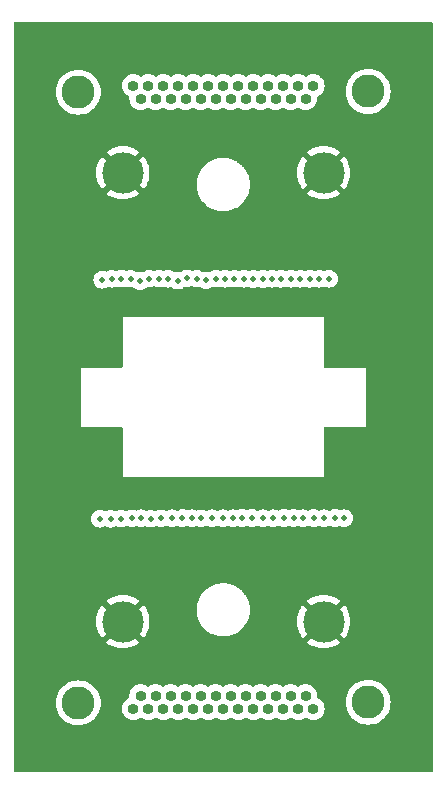
<source format=gbr>
%TF.GenerationSoftware,KiCad,Pcbnew,7.0.2*%
%TF.CreationDate,2023-11-03T15:57:14-06:00*%
%TF.ProjectId,micro-d-tes-aaray,6d696372-6f2d-4642-9d74-65732d616172,rev?*%
%TF.SameCoordinates,Original*%
%TF.FileFunction,Copper,L4,Bot*%
%TF.FilePolarity,Positive*%
%FSLAX46Y46*%
G04 Gerber Fmt 4.6, Leading zero omitted, Abs format (unit mm)*
G04 Created by KiCad (PCBNEW 7.0.2) date 2023-11-03 15:57:14*
%MOMM*%
%LPD*%
G01*
G04 APERTURE LIST*
%TA.AperFunction,ComponentPad*%
%ADD10C,3.500000*%
%TD*%
%TA.AperFunction,ComponentPad*%
%ADD11O,0.920000X0.920000*%
%TD*%
%TA.AperFunction,SMDPad,CuDef*%
%ADD12C,2.800000*%
%TD*%
%TA.AperFunction,ViaPad*%
%ADD13C,0.500000*%
%TD*%
G04 APERTURE END LIST*
D10*
%TO.P,H1,1,1*%
%TO.N,GND*%
X9250000Y-50750000D03*
%TD*%
%TO.P,H4,1,1*%
%TO.N,GND*%
X9250000Y-12750000D03*
%TD*%
%TO.P,H3,1,1*%
%TO.N,GND*%
X26250000Y-50750000D03*
%TD*%
%TO.P,H2,1,1*%
%TO.N,GND*%
X26250000Y-12750000D03*
%TD*%
D11*
%TO.P,J99,1,1*%
%TO.N,Net-(J1-Pin_1)*%
X25370000Y-5374500D03*
%TO.P,J99,2,2*%
%TO.N,Net-(J2-Pin_1)*%
X24100000Y-5374500D03*
%TO.P,J99,3,3*%
%TO.N,Net-(J3-Pin_1)*%
X22830000Y-5374500D03*
%TO.P,J99,4,4*%
%TO.N,Net-(J4-Pin_1)*%
X21560000Y-5374500D03*
%TO.P,J99,5,5*%
%TO.N,Net-(J5-Pin_1)*%
X20290000Y-5374500D03*
%TO.P,J99,6,6*%
%TO.N,Net-(J6-Pin_1)*%
X19020000Y-5374500D03*
%TO.P,J99,7,7*%
%TO.N,Net-(J7-Pin_1)*%
X17750000Y-5374500D03*
%TO.P,J99,8,8*%
%TO.N,Net-(J8-Pin_1)*%
X16480000Y-5374500D03*
%TO.P,J99,9,9*%
%TO.N,Net-(J9-Pin_1)*%
X15210000Y-5374500D03*
%TO.P,J99,10,10*%
%TO.N,Net-(J10-Pin_1)*%
X13940000Y-5374500D03*
%TO.P,J99,11,11*%
%TO.N,Net-(J11-Pin_1)*%
X12670000Y-5374500D03*
%TO.P,J99,12,12*%
%TO.N,Net-(J12-Pin_1)*%
X11400000Y-5374500D03*
%TO.P,J99,13,13*%
%TO.N,Net-(J13-Pin_1)*%
X10130000Y-5374500D03*
%TO.P,J99,14,P14*%
%TO.N,Net-(J14-Pin_1)*%
X24735000Y-6474500D03*
%TO.P,J99,15,P15*%
%TO.N,Net-(J15-Pin_1)*%
X23465000Y-6474500D03*
%TO.P,J99,16,P16*%
%TO.N,Net-(J16-Pin_1)*%
X22195000Y-6474500D03*
%TO.P,J99,17,P17*%
%TO.N,Net-(J17-Pin_1)*%
X20925000Y-6474500D03*
%TO.P,J99,18,P18*%
%TO.N,Net-(J18-Pin_1)*%
X19655000Y-6474500D03*
%TO.P,J99,19,P19*%
%TO.N,Net-(J19-Pin_1)*%
X18385000Y-6474500D03*
%TO.P,J99,20,P20*%
%TO.N,Net-(J20-Pin_1)*%
X17115000Y-6474500D03*
%TO.P,J99,21,P21*%
%TO.N,Net-(J21-Pin_1)*%
X15845000Y-6474500D03*
%TO.P,J99,22,P22*%
%TO.N,Net-(J22-Pin_1)*%
X14575000Y-6474500D03*
%TO.P,J99,23,P23*%
%TO.N,Net-(J23-Pin_1)*%
X13305000Y-6474500D03*
%TO.P,J99,24,P24*%
%TO.N,Net-(J24-Pin_1)*%
X12035000Y-6474500D03*
%TO.P,J99,25,P25*%
%TO.N,Net-(J25-Pin_1)*%
X10765000Y-6474500D03*
D12*
%TO.P,J99,GND*%
%TO.N,N/C*%
X30025000Y-5864500D03*
X5475000Y-5924500D03*
%TD*%
D11*
%TO.P,J26,1,1*%
%TO.N,Net-(D1-Pin_1)*%
X10130000Y-58124500D03*
%TO.P,J26,2,2*%
%TO.N,Net-(D2-Pin_1)*%
X11400000Y-58124500D03*
%TO.P,J26,3,3*%
%TO.N,Net-(D3-Pin_1)*%
X12670000Y-58124500D03*
%TO.P,J26,4,4*%
%TO.N,Net-(D4-Pin_1)*%
X13940000Y-58124500D03*
%TO.P,J26,5,5*%
%TO.N,Net-(D5-Pin_1)*%
X15210000Y-58124500D03*
%TO.P,J26,6,6*%
%TO.N,Net-(D6-Pin_1)*%
X16480000Y-58124500D03*
%TO.P,J26,7,7*%
%TO.N,Net-(D7-Pin_1)*%
X17750000Y-58124500D03*
%TO.P,J26,8,8*%
%TO.N,Net-(D8-Pin_1)*%
X19020000Y-58124500D03*
%TO.P,J26,9,9*%
%TO.N,Net-(D9-Pin_1)*%
X20290000Y-58124500D03*
%TO.P,J26,10,10*%
%TO.N,Net-(D10-Pin_1)*%
X21560000Y-58124500D03*
%TO.P,J26,11,11*%
%TO.N,Net-(D11-Pin_1)*%
X22830000Y-58124500D03*
%TO.P,J26,12,12*%
%TO.N,Net-(D12-Pin_1)*%
X24100000Y-58124500D03*
%TO.P,J26,13,13*%
%TO.N,Net-(D13-Pin_1)*%
X25370000Y-58124500D03*
%TO.P,J26,14,P14*%
%TO.N,Net-(D14-Pin_1)*%
X10765000Y-57024500D03*
%TO.P,J26,15,P15*%
%TO.N,Net-(D15-Pin_1)*%
X12035000Y-57024500D03*
%TO.P,J26,16,P16*%
%TO.N,Net-(D16-Pin_1)*%
X13305000Y-57024500D03*
%TO.P,J26,17,P17*%
%TO.N,Net-(D17-Pin_1)*%
X14575000Y-57024500D03*
%TO.P,J26,18,P18*%
%TO.N,Net-(D18-Pin_1)*%
X15845000Y-57024500D03*
%TO.P,J26,19,P19*%
%TO.N,Net-(D19-Pin_1)*%
X17115000Y-57024500D03*
%TO.P,J26,20,P20*%
%TO.N,Net-(D20-Pin_1)*%
X18385000Y-57024500D03*
%TO.P,J26,21,P21*%
%TO.N,Net-(D21-Pin_1)*%
X19655000Y-57024500D03*
%TO.P,J26,22,P22*%
%TO.N,Net-(D22-Pin_1)*%
X20925000Y-57024500D03*
%TO.P,J26,23,P23*%
%TO.N,Net-(D23-Pin_1)*%
X22195000Y-57024500D03*
%TO.P,J26,24,P24*%
%TO.N,Net-(D24-Pin_1)*%
X23465000Y-57024500D03*
%TO.P,J26,25,P25*%
%TO.N,Net-(D25-Pin_1)*%
X24735000Y-57024500D03*
D12*
%TO.P,J26,GND*%
%TO.N,N/C*%
X5475000Y-57634500D03*
X30025000Y-57574500D03*
%TD*%
D13*
%TO.N,Net-(J20-Pin_1)*%
X16300000Y-21870000D03*
%TO.N,Net-(J1-Pin_1)*%
X26700000Y-21730000D03*
%TO.N,Net-(J2-Pin_1)*%
X25110000Y-21730000D03*
%TO.N,Net-(J14-Pin_1)*%
X25900000Y-21730000D03*
%TO.N,Net-(J15-Pin_1)*%
X24290000Y-21730000D03*
%TO.N,Net-(J3-Pin_1)*%
X23500000Y-21730000D03*
%TO.N,Net-(J16-Pin_1)*%
X22670000Y-21730000D03*
%TO.N,Net-(J4-Pin_1)*%
X21900000Y-21730000D03*
%TO.N,Net-(J17-Pin_1)*%
X21110000Y-21740000D03*
%TO.N,Net-(J5-Pin_1)*%
X20280000Y-21740000D03*
%TO.N,Net-(J18-Pin_1)*%
X19500000Y-21720000D03*
%TO.N,Net-(J6-Pin_1)*%
X18700000Y-21720000D03*
%TO.N,Net-(J19-Pin_1)*%
X17900000Y-21720000D03*
%TO.N,Net-(J7-Pin_1)*%
X17110000Y-21710000D03*
%TO.N,Net-(J8-Pin_1)*%
X15500000Y-21710000D03*
%TO.N,Net-(J21-Pin_1)*%
X14700000Y-21700000D03*
%TO.N,Net-(J9-Pin_1)*%
X13890000Y-21880000D03*
%TO.N,Net-(J22-Pin_1)*%
X13100000Y-21720000D03*
%TO.N,Net-(J10-Pin_1)*%
X12300000Y-21710000D03*
%TO.N,Net-(J23-Pin_1)*%
X11480000Y-21710000D03*
%TO.N,Net-(J11-Pin_1)*%
X10700000Y-21910000D03*
%TO.N,Net-(J24-Pin_1)*%
X9900000Y-21710000D03*
%TO.N,Net-(J12-Pin_1)*%
X9100000Y-21710000D03*
%TO.N,Net-(J25-Pin_1)*%
X8300000Y-21730000D03*
%TO.N,Net-(J13-Pin_1)*%
X7510000Y-21800000D03*
%TO.N,Net-(D13-Pin_1)*%
X28000000Y-42000000D03*
%TO.N,Net-(D25-Pin_1)*%
X27210000Y-41990000D03*
%TO.N,Net-(D12-Pin_1)*%
X26300000Y-42000000D03*
%TO.N,Net-(D24-Pin_1)*%
X25400000Y-41980000D03*
%TO.N,Net-(D11-Pin_1)*%
X24500000Y-42000000D03*
%TO.N,Net-(D23-Pin_1)*%
X23700000Y-41970000D03*
%TO.N,Net-(D10-Pin_1)*%
X22900000Y-41980000D03*
%TO.N,Net-(D22-Pin_1)*%
X22000000Y-42000000D03*
%TO.N,Net-(D9-Pin_1)*%
X21100000Y-42000000D03*
%TO.N,Net-(D21-Pin_1)*%
X20200000Y-41990000D03*
%TO.N,Net-(D8-Pin_1)*%
X19370000Y-41980000D03*
%TO.N,Net-(D20-Pin_1)*%
X18600000Y-42010000D03*
%TO.N,Net-(D7-Pin_1)*%
X17700000Y-42010000D03*
%TO.N,Net-(D19-Pin_1)*%
X16800000Y-42010000D03*
%TO.N,Net-(D6-Pin_1)*%
X15900000Y-42020000D03*
%TO.N,Net-(D18-Pin_1)*%
X15100000Y-42010000D03*
%TO.N,Net-(D5-Pin_1)*%
X14300000Y-41990000D03*
%TO.N,Net-(D17-Pin_1)*%
X13400000Y-42000000D03*
%TO.N,Net-(D3-Pin_1)*%
X10800000Y-42010000D03*
%TO.N,Net-(D4-Pin_1)*%
X12500000Y-42020000D03*
%TO.N,Net-(D16-Pin_1)*%
X11600000Y-42030000D03*
%TO.N,Net-(D15-Pin_1)*%
X10000000Y-42020000D03*
%TO.N,Net-(D2-Pin_1)*%
X9100000Y-42030000D03*
%TO.N,Net-(D14-Pin_1)*%
X8210000Y-42050000D03*
%TO.N,Net-(D1-Pin_1)*%
X7300000Y-42050000D03*
%TD*%
%TA.AperFunction,Conductor*%
%TO.N,GND*%
G36*
X35442539Y-20185D02*
G01*
X35488294Y-72989D01*
X35499500Y-124500D01*
X35499500Y-63375500D01*
X35479815Y-63442539D01*
X35427011Y-63488294D01*
X35375500Y-63499500D01*
X124500Y-63499500D01*
X57461Y-63479815D01*
X11706Y-63427011D01*
X500Y-63375500D01*
X500Y-57634500D01*
X3569644Y-57634500D01*
X3589039Y-57905661D01*
X3646823Y-58171296D01*
X3646825Y-58171301D01*
X3741828Y-58426013D01*
X3741830Y-58426017D01*
X3741831Y-58426019D01*
X3872109Y-58664608D01*
X3872113Y-58664613D01*
X4035029Y-58882242D01*
X4227258Y-59074471D01*
X4364737Y-59177387D01*
X4444891Y-59237390D01*
X4640802Y-59344364D01*
X4683487Y-59367672D01*
X4938199Y-59462675D01*
X4938202Y-59462675D01*
X4938203Y-59462676D01*
X4987852Y-59473476D01*
X5203840Y-59520461D01*
X5454110Y-59538360D01*
X5474999Y-59539855D01*
X5474999Y-59539854D01*
X5475000Y-59539855D01*
X5746160Y-59520461D01*
X6011801Y-59462675D01*
X6266513Y-59367672D01*
X6505113Y-59237387D01*
X6722742Y-59074471D01*
X6914971Y-58882242D01*
X7077887Y-58664613D01*
X7208172Y-58426013D01*
X7303175Y-58171301D01*
X7313356Y-58124500D01*
X9164853Y-58124500D01*
X9183397Y-58312789D01*
X9199544Y-58366019D01*
X9238320Y-58493846D01*
X9327510Y-58660707D01*
X9330716Y-58664613D01*
X9447537Y-58806962D01*
X9494999Y-58845912D01*
X9593793Y-58926990D01*
X9760654Y-59016180D01*
X9941709Y-59071102D01*
X10130000Y-59089647D01*
X10318291Y-59071102D01*
X10499346Y-59016180D01*
X10666207Y-58926990D01*
X10686332Y-58910473D01*
X10750642Y-58883158D01*
X10819510Y-58894948D01*
X10843662Y-58910469D01*
X10863793Y-58926990D01*
X11030654Y-59016180D01*
X11211709Y-59071102D01*
X11400000Y-59089647D01*
X11588291Y-59071102D01*
X11769346Y-59016180D01*
X11936207Y-58926990D01*
X11956332Y-58910473D01*
X12020642Y-58883158D01*
X12089510Y-58894948D01*
X12113662Y-58910469D01*
X12133793Y-58926990D01*
X12300654Y-59016180D01*
X12481709Y-59071102D01*
X12670000Y-59089647D01*
X12858291Y-59071102D01*
X13039346Y-59016180D01*
X13206207Y-58926990D01*
X13226335Y-58910470D01*
X13290644Y-58883158D01*
X13359512Y-58894949D01*
X13383663Y-58910470D01*
X13403793Y-58926990D01*
X13570654Y-59016180D01*
X13751709Y-59071102D01*
X13940000Y-59089647D01*
X14128291Y-59071102D01*
X14309346Y-59016180D01*
X14476207Y-58926990D01*
X14496333Y-58910472D01*
X14560641Y-58883158D01*
X14629509Y-58894948D01*
X14653663Y-58910470D01*
X14653667Y-58910473D01*
X14673793Y-58926990D01*
X14840654Y-59016180D01*
X15021709Y-59071102D01*
X15210000Y-59089647D01*
X15398291Y-59071102D01*
X15579346Y-59016180D01*
X15746207Y-58926990D01*
X15766332Y-58910473D01*
X15830642Y-58883158D01*
X15899510Y-58894948D01*
X15923662Y-58910469D01*
X15943793Y-58926990D01*
X16110654Y-59016180D01*
X16291709Y-59071102D01*
X16480000Y-59089647D01*
X16668291Y-59071102D01*
X16849346Y-59016180D01*
X17016207Y-58926990D01*
X17036333Y-58910472D01*
X17100641Y-58883158D01*
X17169509Y-58894948D01*
X17193663Y-58910470D01*
X17193667Y-58910473D01*
X17213793Y-58926990D01*
X17380654Y-59016180D01*
X17561709Y-59071102D01*
X17750000Y-59089647D01*
X17938291Y-59071102D01*
X18119346Y-59016180D01*
X18286207Y-58926990D01*
X18306335Y-58910470D01*
X18370644Y-58883158D01*
X18439512Y-58894949D01*
X18463663Y-58910470D01*
X18483793Y-58926990D01*
X18650654Y-59016180D01*
X18831709Y-59071102D01*
X19020000Y-59089647D01*
X19208291Y-59071102D01*
X19389346Y-59016180D01*
X19556207Y-58926990D01*
X19576333Y-58910472D01*
X19640641Y-58883158D01*
X19709509Y-58894948D01*
X19733663Y-58910470D01*
X19733667Y-58910473D01*
X19753793Y-58926990D01*
X19920654Y-59016180D01*
X20101709Y-59071102D01*
X20290000Y-59089647D01*
X20478291Y-59071102D01*
X20659346Y-59016180D01*
X20826207Y-58926990D01*
X20846335Y-58910470D01*
X20910644Y-58883158D01*
X20979512Y-58894949D01*
X21003663Y-58910470D01*
X21023793Y-58926990D01*
X21190654Y-59016180D01*
X21371709Y-59071102D01*
X21560000Y-59089647D01*
X21748291Y-59071102D01*
X21929346Y-59016180D01*
X22096207Y-58926990D01*
X22116333Y-58910472D01*
X22180641Y-58883158D01*
X22249509Y-58894948D01*
X22273663Y-58910470D01*
X22273667Y-58910473D01*
X22293793Y-58926990D01*
X22460654Y-59016180D01*
X22641709Y-59071102D01*
X22830000Y-59089647D01*
X23018291Y-59071102D01*
X23199346Y-59016180D01*
X23366207Y-58926990D01*
X23386335Y-58910470D01*
X23450644Y-58883158D01*
X23519512Y-58894949D01*
X23543663Y-58910470D01*
X23563793Y-58926990D01*
X23730654Y-59016180D01*
X23911709Y-59071102D01*
X24100000Y-59089647D01*
X24288291Y-59071102D01*
X24469346Y-59016180D01*
X24636207Y-58926990D01*
X24656333Y-58910472D01*
X24720641Y-58883158D01*
X24789509Y-58894948D01*
X24813663Y-58910470D01*
X24813667Y-58910473D01*
X24833793Y-58926990D01*
X25000654Y-59016180D01*
X25181709Y-59071102D01*
X25370000Y-59089647D01*
X25558291Y-59071102D01*
X25739346Y-59016180D01*
X25906207Y-58926990D01*
X26052462Y-58806962D01*
X26172490Y-58660707D01*
X26261680Y-58493846D01*
X26316602Y-58312791D01*
X26335147Y-58124500D01*
X26316602Y-57936209D01*
X26261680Y-57755154D01*
X26172490Y-57588293D01*
X26161170Y-57574500D01*
X28119644Y-57574500D01*
X28139039Y-57845661D01*
X28196823Y-58111296D01*
X28196825Y-58111301D01*
X28291828Y-58366013D01*
X28291830Y-58366017D01*
X28291831Y-58366019D01*
X28422109Y-58604608D01*
X28422113Y-58604613D01*
X28585029Y-58822242D01*
X28777258Y-59014471D01*
X28877681Y-59089647D01*
X28994891Y-59177390D01*
X29190802Y-59284364D01*
X29233487Y-59307672D01*
X29488199Y-59402675D01*
X29488202Y-59402675D01*
X29488203Y-59402676D01*
X29537852Y-59413476D01*
X29753840Y-59460461D01*
X30025000Y-59479855D01*
X30296160Y-59460461D01*
X30561801Y-59402675D01*
X30816513Y-59307672D01*
X31055113Y-59177387D01*
X31272742Y-59014471D01*
X31464971Y-58822242D01*
X31627887Y-58604613D01*
X31758172Y-58366013D01*
X31853175Y-58111301D01*
X31910961Y-57845660D01*
X31930355Y-57574500D01*
X31910961Y-57303340D01*
X31853175Y-57037699D01*
X31758172Y-56782987D01*
X31734864Y-56740302D01*
X31627890Y-56544391D01*
X31585895Y-56488293D01*
X31464971Y-56326758D01*
X31272742Y-56134529D01*
X31055113Y-55971613D01*
X31055114Y-55971613D01*
X31055108Y-55971609D01*
X30816519Y-55841331D01*
X30816517Y-55841330D01*
X30816513Y-55841328D01*
X30561801Y-55746325D01*
X30561796Y-55746323D01*
X30296161Y-55688539D01*
X30025000Y-55669144D01*
X29753838Y-55688539D01*
X29488203Y-55746323D01*
X29343956Y-55800124D01*
X29233487Y-55841328D01*
X29233484Y-55841329D01*
X29233480Y-55841331D01*
X28994891Y-55971609D01*
X28777255Y-56134531D01*
X28585031Y-56326755D01*
X28422109Y-56544391D01*
X28291831Y-56782980D01*
X28196823Y-57037703D01*
X28139039Y-57303338D01*
X28119644Y-57574500D01*
X26161170Y-57574500D01*
X26112476Y-57515165D01*
X26052462Y-57442037D01*
X25906207Y-57322010D01*
X25871278Y-57303340D01*
X25755683Y-57241552D01*
X25705841Y-57192591D01*
X25690381Y-57124454D01*
X25690731Y-57120099D01*
X25700147Y-57024500D01*
X25681602Y-56836209D01*
X25626680Y-56655154D01*
X25537490Y-56488293D01*
X25454160Y-56386755D01*
X25417462Y-56342037D01*
X25310247Y-56254049D01*
X25271207Y-56222010D01*
X25104346Y-56132820D01*
X25013818Y-56105359D01*
X24923289Y-56077897D01*
X24735000Y-56059353D01*
X24546710Y-56077897D01*
X24365651Y-56132821D01*
X24198794Y-56222009D01*
X24178661Y-56238531D01*
X24114350Y-56265842D01*
X24045483Y-56254048D01*
X24021334Y-56238528D01*
X24001207Y-56222010D01*
X23834346Y-56132820D01*
X23743818Y-56105359D01*
X23653289Y-56077897D01*
X23485569Y-56061378D01*
X23465000Y-56059353D01*
X23464999Y-56059353D01*
X23276710Y-56077897D01*
X23095651Y-56132821D01*
X22928793Y-56222009D01*
X22908664Y-56238529D01*
X22844353Y-56265841D01*
X22775486Y-56254049D01*
X22751336Y-56238529D01*
X22731206Y-56222009D01*
X22564348Y-56132821D01*
X22564347Y-56132820D01*
X22564346Y-56132820D01*
X22473818Y-56105359D01*
X22383289Y-56077897D01*
X22195000Y-56059353D01*
X22006710Y-56077897D01*
X21825651Y-56132821D01*
X21658794Y-56222009D01*
X21638661Y-56238531D01*
X21574350Y-56265842D01*
X21505483Y-56254048D01*
X21481334Y-56238528D01*
X21461207Y-56222010D01*
X21294346Y-56132820D01*
X21203818Y-56105359D01*
X21113289Y-56077897D01*
X20945569Y-56061378D01*
X20925000Y-56059353D01*
X20924999Y-56059353D01*
X20736710Y-56077897D01*
X20555651Y-56132821D01*
X20388793Y-56222009D01*
X20368664Y-56238529D01*
X20304353Y-56265841D01*
X20235486Y-56254049D01*
X20211336Y-56238529D01*
X20191206Y-56222009D01*
X20024348Y-56132821D01*
X20024347Y-56132820D01*
X20024346Y-56132820D01*
X19933818Y-56105359D01*
X19843289Y-56077897D01*
X19655000Y-56059353D01*
X19466710Y-56077897D01*
X19285651Y-56132821D01*
X19118794Y-56222009D01*
X19098661Y-56238531D01*
X19034350Y-56265842D01*
X18965483Y-56254048D01*
X18941334Y-56238528D01*
X18921207Y-56222010D01*
X18754346Y-56132820D01*
X18663818Y-56105359D01*
X18573289Y-56077897D01*
X18385000Y-56059353D01*
X18196710Y-56077897D01*
X18015651Y-56132821D01*
X17848793Y-56222009D01*
X17828664Y-56238529D01*
X17764353Y-56265841D01*
X17695486Y-56254049D01*
X17671336Y-56238529D01*
X17651206Y-56222009D01*
X17484348Y-56132821D01*
X17484347Y-56132820D01*
X17484346Y-56132820D01*
X17393818Y-56105359D01*
X17303289Y-56077897D01*
X17135569Y-56061378D01*
X17115000Y-56059353D01*
X17114999Y-56059353D01*
X16926710Y-56077897D01*
X16745651Y-56132821D01*
X16578794Y-56222009D01*
X16558661Y-56238531D01*
X16494350Y-56265842D01*
X16425483Y-56254048D01*
X16401334Y-56238528D01*
X16381207Y-56222010D01*
X16214346Y-56132820D01*
X16123818Y-56105359D01*
X16033289Y-56077897D01*
X15845000Y-56059353D01*
X15656710Y-56077897D01*
X15475651Y-56132821D01*
X15308793Y-56222009D01*
X15288664Y-56238529D01*
X15224353Y-56265841D01*
X15155486Y-56254049D01*
X15131336Y-56238529D01*
X15111206Y-56222009D01*
X14944348Y-56132821D01*
X14944347Y-56132820D01*
X14944346Y-56132820D01*
X14853818Y-56105359D01*
X14763289Y-56077897D01*
X14595569Y-56061378D01*
X14575000Y-56059353D01*
X14574999Y-56059353D01*
X14386710Y-56077897D01*
X14205651Y-56132821D01*
X14038794Y-56222009D01*
X14018661Y-56238531D01*
X13954350Y-56265842D01*
X13885483Y-56254048D01*
X13861334Y-56238528D01*
X13841207Y-56222010D01*
X13674346Y-56132820D01*
X13583818Y-56105359D01*
X13493289Y-56077897D01*
X13325569Y-56061378D01*
X13305000Y-56059353D01*
X13304999Y-56059353D01*
X13116710Y-56077897D01*
X12935651Y-56132821D01*
X12768793Y-56222009D01*
X12748664Y-56238529D01*
X12684353Y-56265841D01*
X12615486Y-56254049D01*
X12591336Y-56238529D01*
X12571206Y-56222009D01*
X12404348Y-56132821D01*
X12404347Y-56132820D01*
X12404346Y-56132820D01*
X12313818Y-56105359D01*
X12223289Y-56077897D01*
X12035000Y-56059353D01*
X11846710Y-56077897D01*
X11665651Y-56132821D01*
X11498794Y-56222009D01*
X11478661Y-56238531D01*
X11414350Y-56265842D01*
X11345483Y-56254048D01*
X11321334Y-56238528D01*
X11301207Y-56222010D01*
X11134346Y-56132820D01*
X11043818Y-56105359D01*
X10953289Y-56077897D01*
X10785569Y-56061378D01*
X10765000Y-56059353D01*
X10764999Y-56059353D01*
X10576710Y-56077897D01*
X10395651Y-56132821D01*
X10228794Y-56222009D01*
X10082537Y-56342037D01*
X9962509Y-56488294D01*
X9873321Y-56655151D01*
X9818397Y-56836210D01*
X9799853Y-57024500D01*
X9809262Y-57120042D01*
X9796243Y-57188688D01*
X9748177Y-57239398D01*
X9744314Y-57241552D01*
X9593794Y-57322008D01*
X9447537Y-57442037D01*
X9327509Y-57588294D01*
X9238321Y-57755151D01*
X9183397Y-57936210D01*
X9164853Y-58124500D01*
X7313356Y-58124500D01*
X7360961Y-57905660D01*
X7380355Y-57634500D01*
X7360961Y-57363340D01*
X7303175Y-57097699D01*
X7208172Y-56842987D01*
X7105608Y-56655154D01*
X7077890Y-56604391D01*
X6990980Y-56488294D01*
X6914971Y-56386758D01*
X6722742Y-56194529D01*
X6505113Y-56031613D01*
X6505114Y-56031613D01*
X6505108Y-56031609D01*
X6266519Y-55901331D01*
X6266517Y-55901330D01*
X6266513Y-55901328D01*
X6011801Y-55806325D01*
X6011796Y-55806323D01*
X5746161Y-55748539D01*
X5475000Y-55729144D01*
X5203838Y-55748539D01*
X4938203Y-55806323D01*
X4793956Y-55860124D01*
X4683487Y-55901328D01*
X4683484Y-55901329D01*
X4683480Y-55901331D01*
X4444891Y-56031609D01*
X4227255Y-56194531D01*
X4035031Y-56386755D01*
X3872109Y-56604391D01*
X3741831Y-56842980D01*
X3646823Y-57097703D01*
X3589039Y-57363338D01*
X3569644Y-57634500D01*
X500Y-57634500D01*
X500Y-50754043D01*
X6995437Y-50754043D01*
X7014197Y-51040271D01*
X7015253Y-51048293D01*
X7071210Y-51329608D01*
X7073307Y-51337436D01*
X7165505Y-51609038D01*
X7168607Y-51616528D01*
X7295466Y-51873774D01*
X7299516Y-51880788D01*
X7458866Y-52119271D01*
X7463805Y-52125708D01*
X7490405Y-52156039D01*
X7490406Y-52156039D01*
X8279438Y-51367007D01*
X8328348Y-51445999D01*
X8471931Y-51603501D01*
X8630388Y-51723163D01*
X7843959Y-52509592D01*
X7843959Y-52509593D01*
X7874291Y-52536194D01*
X7880728Y-52541133D01*
X8119211Y-52700483D01*
X8126225Y-52704533D01*
X8383471Y-52831392D01*
X8390961Y-52834494D01*
X8662563Y-52926692D01*
X8670391Y-52928789D01*
X8951706Y-52984746D01*
X8959728Y-52985802D01*
X9245957Y-53004563D01*
X9254043Y-53004563D01*
X9540271Y-52985802D01*
X9548293Y-52984746D01*
X9829608Y-52928789D01*
X9837436Y-52926692D01*
X10109038Y-52834494D01*
X10116528Y-52831392D01*
X10373774Y-52704533D01*
X10380788Y-52700483D01*
X10619273Y-52541132D01*
X10625698Y-52536201D01*
X10656040Y-52509592D01*
X9869611Y-51723163D01*
X10028069Y-51603501D01*
X10171652Y-51445999D01*
X10220560Y-51367008D01*
X11009592Y-52156040D01*
X11036201Y-52125698D01*
X11041132Y-52119273D01*
X11200483Y-51880788D01*
X11204533Y-51873774D01*
X11331392Y-51616528D01*
X11334494Y-51609038D01*
X11426692Y-51337436D01*
X11428789Y-51329608D01*
X11484746Y-51048293D01*
X11485802Y-51040271D01*
X11504563Y-50754043D01*
X11504563Y-50745956D01*
X11485802Y-50459728D01*
X11484746Y-50451706D01*
X11428789Y-50170391D01*
X11426692Y-50162563D01*
X11334494Y-49890961D01*
X11331392Y-49883471D01*
X11265572Y-49750000D01*
X15494671Y-49750000D01*
X15501784Y-49858521D01*
X15500299Y-49865155D01*
X15503480Y-49888809D01*
X15504319Y-49897204D01*
X15504759Y-49903925D01*
X15505025Y-49912020D01*
X15505025Y-49931442D01*
X15507057Y-49938976D01*
X15513966Y-50044380D01*
X15514757Y-50048359D01*
X15514758Y-50048363D01*
X15535795Y-50154124D01*
X15535112Y-50161756D01*
X15541988Y-50186858D01*
X15544013Y-50195438D01*
X15545433Y-50202580D01*
X15546707Y-50210231D01*
X15548970Y-50227057D01*
X15551516Y-50233161D01*
X15570726Y-50329738D01*
X15570728Y-50329745D01*
X15571519Y-50333722D01*
X15572822Y-50337563D01*
X15572825Y-50337571D01*
X15608497Y-50442658D01*
X15608851Y-50451163D01*
X15619770Y-50476913D01*
X15623029Y-50485463D01*
X15625750Y-50493479D01*
X15627924Y-50500575D01*
X15631669Y-50514247D01*
X15634383Y-50518913D01*
X15666348Y-50613077D01*
X15668141Y-50616712D01*
X15668144Y-50616720D01*
X15718628Y-50719091D01*
X15720234Y-50728306D01*
X15735368Y-50753858D01*
X15739893Y-50762211D01*
X15744425Y-50771402D01*
X15747369Y-50777830D01*
X15751654Y-50787935D01*
X15754203Y-50791231D01*
X15795030Y-50874019D01*
X15796828Y-50877665D01*
X15799079Y-50881034D01*
X15799082Y-50881039D01*
X15864264Y-50978590D01*
X15867306Y-50988305D01*
X15886672Y-51012829D01*
X15892457Y-51020784D01*
X15899482Y-51031297D01*
X15903073Y-51037000D01*
X15906805Y-51043301D01*
X15908870Y-51045348D01*
X15958356Y-51119409D01*
X15960727Y-51122957D01*
X15963408Y-51126014D01*
X16042850Y-51216600D01*
X16047474Y-51226568D01*
X16070928Y-51249251D01*
X16077953Y-51256627D01*
X16088367Y-51268502D01*
X16092452Y-51273409D01*
X16094397Y-51275872D01*
X16095688Y-51276850D01*
X16155242Y-51344758D01*
X16158287Y-51347428D01*
X16158290Y-51347431D01*
X16251285Y-51428986D01*
X16257596Y-51438936D01*
X16284854Y-51459020D01*
X16293057Y-51465619D01*
X16307885Y-51478623D01*
X16310944Y-51481441D01*
X16311382Y-51481690D01*
X16377043Y-51539273D01*
X16380425Y-51541532D01*
X16380424Y-51541532D01*
X16485919Y-51612022D01*
X16493973Y-51621659D01*
X16524620Y-51638454D01*
X16533914Y-51644091D01*
X16622335Y-51703172D01*
X16625968Y-51704963D01*
X16625974Y-51704967D01*
X16742651Y-51762505D01*
X16752459Y-51771528D01*
X16785988Y-51784442D01*
X16796265Y-51788944D01*
X16886923Y-51833652D01*
X16890771Y-51834958D01*
X16890773Y-51834959D01*
X17016993Y-51877805D01*
X17028514Y-51885906D01*
X17064307Y-51894436D01*
X17075416Y-51897637D01*
X17126271Y-51914900D01*
X17162433Y-51927176D01*
X17162435Y-51927176D01*
X17166278Y-51928481D01*
X17304150Y-51955905D01*
X17317283Y-51962775D01*
X17354661Y-51966535D01*
X17366432Y-51968293D01*
X17455620Y-51986034D01*
X17599110Y-51995439D01*
X17613709Y-52000785D01*
X17651937Y-51999507D01*
X17664176Y-51999703D01*
X17750000Y-52005329D01*
X17896701Y-51995713D01*
X17912575Y-51999265D01*
X17950885Y-51992803D01*
X17963369Y-51991343D01*
X18044380Y-51986034D01*
X18191741Y-51956722D01*
X18208644Y-51958234D01*
X18246253Y-51946568D01*
X18258782Y-51943387D01*
X18333722Y-51928481D01*
X18479054Y-51879146D01*
X18496697Y-51878411D01*
X18532832Y-51861643D01*
X18545151Y-51856709D01*
X18613077Y-51833652D01*
X18753632Y-51764337D01*
X18771701Y-51761188D01*
X18805617Y-51739537D01*
X18817483Y-51732849D01*
X18877665Y-51703172D01*
X19010668Y-51614301D01*
X19028805Y-51608622D01*
X19059789Y-51582427D01*
X19070947Y-51574024D01*
X19122957Y-51539273D01*
X19245658Y-51431666D01*
X19263501Y-51423388D01*
X19290920Y-51393072D01*
X19301112Y-51383034D01*
X19344758Y-51344758D01*
X19454509Y-51219611D01*
X19471660Y-51208732D01*
X19494928Y-51174837D01*
X19503925Y-51163263D01*
X19539273Y-51122957D01*
X19633556Y-50981852D01*
X19649629Y-50968419D01*
X19668260Y-50931549D01*
X19675821Y-50918597D01*
X19703172Y-50877665D01*
X19764135Y-50754043D01*
X23995437Y-50754043D01*
X24014197Y-51040271D01*
X24015253Y-51048293D01*
X24071210Y-51329608D01*
X24073307Y-51337436D01*
X24165505Y-51609038D01*
X24168607Y-51616528D01*
X24295466Y-51873774D01*
X24299516Y-51880788D01*
X24458866Y-52119271D01*
X24463805Y-52125708D01*
X24490405Y-52156039D01*
X24490406Y-52156039D01*
X25279438Y-51367007D01*
X25328348Y-51445999D01*
X25471931Y-51603501D01*
X25630388Y-51723163D01*
X24843959Y-52509592D01*
X24843959Y-52509593D01*
X24874291Y-52536194D01*
X24880728Y-52541133D01*
X25119211Y-52700483D01*
X25126225Y-52704533D01*
X25383471Y-52831392D01*
X25390961Y-52834494D01*
X25662563Y-52926692D01*
X25670391Y-52928789D01*
X25951706Y-52984746D01*
X25959728Y-52985802D01*
X26245957Y-53004563D01*
X26254043Y-53004563D01*
X26540271Y-52985802D01*
X26548293Y-52984746D01*
X26829608Y-52928789D01*
X26837436Y-52926692D01*
X27109038Y-52834494D01*
X27116528Y-52831392D01*
X27373774Y-52704533D01*
X27380788Y-52700483D01*
X27619273Y-52541132D01*
X27625698Y-52536201D01*
X27656040Y-52509592D01*
X26869611Y-51723163D01*
X27028069Y-51603501D01*
X27171652Y-51445999D01*
X27220560Y-51367008D01*
X28009592Y-52156040D01*
X28036201Y-52125698D01*
X28041132Y-52119273D01*
X28200483Y-51880788D01*
X28204533Y-51873774D01*
X28331392Y-51616528D01*
X28334494Y-51609038D01*
X28426692Y-51337436D01*
X28428789Y-51329608D01*
X28484746Y-51048293D01*
X28485802Y-51040271D01*
X28504563Y-50754043D01*
X28504563Y-50745956D01*
X28485802Y-50459728D01*
X28484746Y-50451706D01*
X28428789Y-50170391D01*
X28426692Y-50162563D01*
X28334494Y-49890961D01*
X28331392Y-49883471D01*
X28204533Y-49626225D01*
X28200483Y-49619211D01*
X28041133Y-49380728D01*
X28036194Y-49374291D01*
X28009592Y-49343959D01*
X27220560Y-50132991D01*
X27171652Y-50054001D01*
X27028069Y-49896499D01*
X26869610Y-49776835D01*
X27656039Y-48990406D01*
X27656039Y-48990405D01*
X27625708Y-48963805D01*
X27619271Y-48958866D01*
X27380788Y-48799516D01*
X27373774Y-48795466D01*
X27116528Y-48668607D01*
X27109038Y-48665505D01*
X26837436Y-48573307D01*
X26829608Y-48571210D01*
X26548293Y-48515253D01*
X26540271Y-48514197D01*
X26254043Y-48495437D01*
X26245957Y-48495437D01*
X25959728Y-48514197D01*
X25951706Y-48515253D01*
X25670391Y-48571210D01*
X25662563Y-48573307D01*
X25390961Y-48665505D01*
X25383471Y-48668607D01*
X25126225Y-48795466D01*
X25119211Y-48799516D01*
X24880723Y-48958869D01*
X24874295Y-48963801D01*
X24843958Y-48990405D01*
X24843958Y-48990406D01*
X25630388Y-49776836D01*
X25471931Y-49896499D01*
X25328348Y-50054001D01*
X25279439Y-50132991D01*
X24490406Y-49343958D01*
X24490405Y-49343958D01*
X24463801Y-49374295D01*
X24458869Y-49380723D01*
X24299516Y-49619211D01*
X24295466Y-49626225D01*
X24168607Y-49883471D01*
X24165505Y-49890961D01*
X24073307Y-50162563D01*
X24071210Y-50170391D01*
X24015253Y-50451706D01*
X24014197Y-50459728D01*
X23995437Y-50745956D01*
X23995437Y-50754043D01*
X19764135Y-50754043D01*
X19779667Y-50722547D01*
X19794273Y-50706671D01*
X19807878Y-50667489D01*
X19813796Y-50653339D01*
X19833652Y-50613077D01*
X19890294Y-50446215D01*
X19903058Y-50428063D01*
X19911344Y-50387296D01*
X19915435Y-50372153D01*
X19928481Y-50333722D01*
X19986034Y-50044380D01*
X20005329Y-49750000D01*
X19986034Y-49455620D01*
X19928481Y-49166278D01*
X19915441Y-49127865D01*
X19911345Y-49112706D01*
X19904554Y-49079297D01*
X19890296Y-49053790D01*
X19834959Y-48890773D01*
X19834956Y-48890765D01*
X19833652Y-48886923D01*
X19831413Y-48882384D01*
X19813809Y-48846684D01*
X19807882Y-48832516D01*
X19796669Y-48800225D01*
X19779669Y-48777456D01*
X19704967Y-48625976D01*
X19703172Y-48622336D01*
X19695197Y-48610401D01*
X19675835Y-48581422D01*
X19668265Y-48568457D01*
X19652824Y-48537901D01*
X19633556Y-48518148D01*
X19541532Y-48380424D01*
X19539273Y-48377043D01*
X19503934Y-48336747D01*
X19494932Y-48325166D01*
X19475550Y-48296932D01*
X19454509Y-48280389D01*
X19347431Y-48158290D01*
X19344758Y-48155242D01*
X19301130Y-48116981D01*
X19290924Y-48106930D01*
X19267964Y-48081544D01*
X19245659Y-48068334D01*
X19126015Y-47963408D01*
X19126007Y-47963402D01*
X19122957Y-47960727D01*
X19070965Y-47925987D01*
X19059798Y-47917578D01*
X19033712Y-47895523D01*
X19010669Y-47885698D01*
X18881035Y-47799080D01*
X18877665Y-47796828D01*
X18874036Y-47795038D01*
X18874025Y-47795032D01*
X18817498Y-47767157D01*
X18805620Y-47760464D01*
X18776923Y-47742144D01*
X18753634Y-47735662D01*
X18616726Y-47668147D01*
X18616719Y-47668144D01*
X18613077Y-47666348D01*
X18545174Y-47643298D01*
X18532840Y-47638359D01*
X18502108Y-47624098D01*
X18479054Y-47620852D01*
X18337571Y-47572825D01*
X18337563Y-47572822D01*
X18333722Y-47571519D01*
X18323899Y-47569565D01*
X18258807Y-47556617D01*
X18246261Y-47553433D01*
X18214123Y-47543463D01*
X18191743Y-47543278D01*
X18044380Y-47513966D01*
X18040332Y-47513700D01*
X18040327Y-47513700D01*
X17963405Y-47508658D01*
X17950892Y-47507197D01*
X17917997Y-47501648D01*
X17896703Y-47504286D01*
X17750000Y-47494671D01*
X17664194Y-47500295D01*
X17651949Y-47500491D01*
X17618958Y-47499388D01*
X17599107Y-47504561D01*
X17459673Y-47513700D01*
X17459667Y-47513700D01*
X17455620Y-47513966D01*
X17451649Y-47514755D01*
X17451648Y-47514756D01*
X17366449Y-47531703D01*
X17354672Y-47533462D01*
X17322265Y-47536722D01*
X17304149Y-47544095D01*
X17170261Y-47570726D01*
X17170250Y-47570728D01*
X17166278Y-47571519D01*
X17162444Y-47572820D01*
X17162442Y-47572821D01*
X17075429Y-47602358D01*
X17064318Y-47605560D01*
X17033141Y-47612990D01*
X17016996Y-47622193D01*
X16915014Y-47656812D01*
X16886923Y-47666348D01*
X16883291Y-47668138D01*
X16883279Y-47668144D01*
X16796282Y-47711047D01*
X16786005Y-47715549D01*
X16756663Y-47726849D01*
X16742653Y-47737494D01*
X16625976Y-47795032D01*
X16625964Y-47795038D01*
X16622336Y-47796828D01*
X16618976Y-47799073D01*
X16618964Y-47799080D01*
X16533933Y-47855896D01*
X16524637Y-47861534D01*
X16497695Y-47876299D01*
X16485921Y-47887977D01*
X16380424Y-47958467D01*
X16380414Y-47958473D01*
X16377043Y-47960727D01*
X16373999Y-47963396D01*
X16373984Y-47963408D01*
X16311384Y-48018308D01*
X16311046Y-48018464D01*
X16307871Y-48021389D01*
X16293071Y-48034368D01*
X16284868Y-48040967D01*
X16260798Y-48058701D01*
X16251287Y-48071011D01*
X16158291Y-48152567D01*
X16158282Y-48152575D01*
X16155242Y-48155242D01*
X16152575Y-48158282D01*
X16152567Y-48158291D01*
X16095688Y-48223149D01*
X16094647Y-48223809D01*
X16092447Y-48226595D01*
X16088367Y-48231497D01*
X16077953Y-48243372D01*
X16070929Y-48250747D01*
X16050136Y-48270856D01*
X16042851Y-48283398D01*
X15963408Y-48373984D01*
X15963396Y-48373999D01*
X15960727Y-48377043D01*
X15958473Y-48380414D01*
X15958467Y-48380424D01*
X15908871Y-48454651D01*
X15907179Y-48456064D01*
X15903064Y-48463013D01*
X15899475Y-48468713D01*
X15892466Y-48479202D01*
X15886682Y-48487156D01*
X15869435Y-48508995D01*
X15864266Y-48521407D01*
X15799080Y-48618964D01*
X15799073Y-48618976D01*
X15796828Y-48622336D01*
X15795038Y-48625964D01*
X15795032Y-48625976D01*
X15754204Y-48708768D01*
X15752068Y-48711089D01*
X15747364Y-48722182D01*
X15744415Y-48728616D01*
X15739892Y-48737787D01*
X15735373Y-48746130D01*
X15721841Y-48768976D01*
X15718629Y-48780907D01*
X15668144Y-48883279D01*
X15668138Y-48883291D01*
X15666348Y-48886923D01*
X15665044Y-48890765D01*
X15634383Y-48981087D01*
X15632030Y-48984433D01*
X15627923Y-48999425D01*
X15625749Y-49006520D01*
X15623031Y-49014527D01*
X15619773Y-49023076D01*
X15609973Y-49046187D01*
X15608498Y-49057340D01*
X15572825Y-49162428D01*
X15572824Y-49162433D01*
X15571519Y-49166278D01*
X15570728Y-49170253D01*
X15570727Y-49170258D01*
X15551516Y-49266838D01*
X15549194Y-49271276D01*
X15546707Y-49289769D01*
X15545430Y-49297437D01*
X15544010Y-49304574D01*
X15541989Y-49313135D01*
X15535794Y-49335749D01*
X15535795Y-49345871D01*
X15513966Y-49455620D01*
X15513700Y-49459665D01*
X15513700Y-49459672D01*
X15507057Y-49561022D01*
X15505024Y-49566570D01*
X15505025Y-49587979D01*
X15504758Y-49596106D01*
X15504319Y-49602790D01*
X15503480Y-49611188D01*
X15500604Y-49632572D01*
X15501784Y-49641478D01*
X15494671Y-49750000D01*
X11265572Y-49750000D01*
X11204533Y-49626225D01*
X11200483Y-49619211D01*
X11041133Y-49380728D01*
X11036194Y-49374291D01*
X11009592Y-49343959D01*
X10220560Y-50132991D01*
X10171652Y-50054001D01*
X10028069Y-49896499D01*
X9869610Y-49776835D01*
X10656039Y-48990406D01*
X10656039Y-48990405D01*
X10625708Y-48963805D01*
X10619271Y-48958866D01*
X10380788Y-48799516D01*
X10373774Y-48795466D01*
X10116528Y-48668607D01*
X10109038Y-48665505D01*
X9837436Y-48573307D01*
X9829608Y-48571210D01*
X9548293Y-48515253D01*
X9540271Y-48514197D01*
X9254043Y-48495437D01*
X9245957Y-48495437D01*
X8959728Y-48514197D01*
X8951706Y-48515253D01*
X8670391Y-48571210D01*
X8662563Y-48573307D01*
X8390961Y-48665505D01*
X8383471Y-48668607D01*
X8126225Y-48795466D01*
X8119211Y-48799516D01*
X7880723Y-48958869D01*
X7874295Y-48963801D01*
X7843958Y-48990405D01*
X7843958Y-48990406D01*
X8630388Y-49776836D01*
X8471931Y-49896499D01*
X8328348Y-50054001D01*
X8279439Y-50132991D01*
X7490406Y-49343958D01*
X7490405Y-49343958D01*
X7463801Y-49374295D01*
X7458869Y-49380723D01*
X7299516Y-49619211D01*
X7295466Y-49626225D01*
X7168607Y-49883471D01*
X7165505Y-49890961D01*
X7073307Y-50162563D01*
X7071210Y-50170391D01*
X7015253Y-50451706D01*
X7014197Y-50459728D01*
X6995437Y-50745956D01*
X6995437Y-50754043D01*
X500Y-50754043D01*
X500Y-42049999D01*
X6544750Y-42049999D01*
X6563686Y-42218056D01*
X6563686Y-42218058D01*
X6563687Y-42218059D01*
X6619544Y-42377690D01*
X6709523Y-42520890D01*
X6829110Y-42640477D01*
X6972310Y-42730456D01*
X7131941Y-42786313D01*
X7300000Y-42805249D01*
X7468059Y-42786313D01*
X7627690Y-42730456D01*
X7689030Y-42691912D01*
X7756263Y-42672913D01*
X7820969Y-42691912D01*
X7882310Y-42730456D01*
X8041941Y-42786313D01*
X8153980Y-42798936D01*
X8209999Y-42805249D01*
X8209999Y-42805248D01*
X8210000Y-42805249D01*
X8378059Y-42786313D01*
X8537690Y-42730456D01*
X8604943Y-42688197D01*
X8672176Y-42669197D01*
X8736887Y-42688198D01*
X8772306Y-42710454D01*
X8772310Y-42710456D01*
X8931941Y-42766313D01*
X9043980Y-42778936D01*
X9099999Y-42785249D01*
X9099999Y-42785248D01*
X9100000Y-42785249D01*
X9268059Y-42766313D01*
X9427690Y-42710456D01*
X9457199Y-42691914D01*
X9491985Y-42670057D01*
X9559221Y-42651056D01*
X9623928Y-42670055D01*
X9672310Y-42700456D01*
X9831941Y-42756313D01*
X10000000Y-42775249D01*
X10168059Y-42756313D01*
X10327690Y-42700456D01*
X10341985Y-42691473D01*
X10409220Y-42672473D01*
X10458714Y-42687005D01*
X10459122Y-42685841D01*
X10472308Y-42690455D01*
X10472310Y-42690456D01*
X10631941Y-42746313D01*
X10800000Y-42765249D01*
X10968059Y-42746313D01*
X11127690Y-42690456D01*
X11127691Y-42690455D01*
X11140878Y-42685841D01*
X11142215Y-42689662D01*
X11185336Y-42677473D01*
X11250057Y-42696474D01*
X11272306Y-42710454D01*
X11272307Y-42710454D01*
X11272310Y-42710456D01*
X11431941Y-42766313D01*
X11600000Y-42785249D01*
X11768059Y-42766313D01*
X11927690Y-42710456D01*
X11957199Y-42691914D01*
X11991985Y-42670057D01*
X12059221Y-42651056D01*
X12123928Y-42670055D01*
X12172310Y-42700456D01*
X12331941Y-42756313D01*
X12420692Y-42766313D01*
X12499999Y-42775249D01*
X12499999Y-42775248D01*
X12500000Y-42775249D01*
X12668059Y-42756313D01*
X12827690Y-42700456D01*
X12899945Y-42655054D01*
X12967177Y-42636055D01*
X13031885Y-42655055D01*
X13056395Y-42670456D01*
X13072306Y-42680454D01*
X13072310Y-42680456D01*
X13231941Y-42736313D01*
X13400000Y-42755249D01*
X13568059Y-42736313D01*
X13727690Y-42680456D01*
X13737610Y-42674222D01*
X13791985Y-42640057D01*
X13859221Y-42621056D01*
X13923928Y-42640055D01*
X13972310Y-42670456D01*
X14131941Y-42726313D01*
X14220692Y-42736313D01*
X14299999Y-42745249D01*
X14299999Y-42745248D01*
X14300000Y-42745249D01*
X14468059Y-42726313D01*
X14627690Y-42670456D01*
X14627691Y-42670455D01*
X14640878Y-42665841D01*
X14642215Y-42669662D01*
X14685336Y-42657473D01*
X14750057Y-42676474D01*
X14772306Y-42690454D01*
X14772307Y-42690454D01*
X14772310Y-42690456D01*
X14931941Y-42746313D01*
X15100000Y-42765249D01*
X15268059Y-42746313D01*
X15427690Y-42690456D01*
X15427690Y-42690455D01*
X15440879Y-42685841D01*
X15441340Y-42687159D01*
X15493296Y-42672473D01*
X15558013Y-42691472D01*
X15572310Y-42700456D01*
X15731941Y-42756313D01*
X15900000Y-42775249D01*
X16068059Y-42756313D01*
X16227690Y-42700456D01*
X16243608Y-42690454D01*
X16291985Y-42660057D01*
X16359221Y-42641056D01*
X16423928Y-42660055D01*
X16472310Y-42690456D01*
X16631941Y-42746313D01*
X16800000Y-42765249D01*
X16968059Y-42746313D01*
X17127690Y-42690456D01*
X17184028Y-42655055D01*
X17251265Y-42636056D01*
X17315971Y-42655055D01*
X17372310Y-42690456D01*
X17531941Y-42746313D01*
X17620692Y-42756313D01*
X17699999Y-42765249D01*
X17699999Y-42765248D01*
X17700000Y-42765249D01*
X17868059Y-42746313D01*
X18027690Y-42690456D01*
X18084028Y-42655055D01*
X18151265Y-42636056D01*
X18215971Y-42655055D01*
X18272310Y-42690456D01*
X18431941Y-42746313D01*
X18600000Y-42765249D01*
X18768059Y-42746313D01*
X18927690Y-42690456D01*
X18948792Y-42677195D01*
X19016025Y-42658195D01*
X19055713Y-42665146D01*
X19201941Y-42716313D01*
X19327453Y-42730455D01*
X19369999Y-42735249D01*
X19369999Y-42735248D01*
X19370000Y-42735249D01*
X19538059Y-42716313D01*
X19697690Y-42660456D01*
X19711069Y-42652048D01*
X19778305Y-42633048D01*
X19843013Y-42652047D01*
X19872310Y-42670456D01*
X20031941Y-42726313D01*
X20200000Y-42745249D01*
X20368059Y-42726313D01*
X20527690Y-42670456D01*
X20576069Y-42640056D01*
X20643306Y-42621056D01*
X20708013Y-42640055D01*
X20772310Y-42680456D01*
X20931941Y-42736313D01*
X21020692Y-42746313D01*
X21099999Y-42755249D01*
X21099999Y-42755248D01*
X21100000Y-42755249D01*
X21268059Y-42736313D01*
X21427690Y-42680456D01*
X21484028Y-42645055D01*
X21551265Y-42626056D01*
X21615971Y-42645055D01*
X21672310Y-42680456D01*
X21831941Y-42736313D01*
X22000000Y-42755249D01*
X22168059Y-42736313D01*
X22327690Y-42680456D01*
X22399945Y-42635054D01*
X22467177Y-42616055D01*
X22531885Y-42635055D01*
X22550903Y-42647005D01*
X22568711Y-42658195D01*
X22572310Y-42660456D01*
X22731941Y-42716313D01*
X22820692Y-42726313D01*
X22899999Y-42735249D01*
X22899999Y-42735248D01*
X22900000Y-42735249D01*
X23068059Y-42716313D01*
X23227690Y-42660456D01*
X23241985Y-42651473D01*
X23309220Y-42632473D01*
X23358714Y-42647005D01*
X23359122Y-42645841D01*
X23372308Y-42650455D01*
X23372310Y-42650456D01*
X23531941Y-42706313D01*
X23620692Y-42716313D01*
X23699999Y-42725249D01*
X23699999Y-42725248D01*
X23700000Y-42725249D01*
X23868059Y-42706313D01*
X24027690Y-42650456D01*
X24027693Y-42650453D01*
X24033549Y-42648405D01*
X24103328Y-42644844D01*
X24140474Y-42660452D01*
X24172310Y-42680456D01*
X24331941Y-42736313D01*
X24500000Y-42755249D01*
X24668059Y-42736313D01*
X24827690Y-42680456D01*
X24899945Y-42635054D01*
X24967177Y-42616055D01*
X25031885Y-42635055D01*
X25050903Y-42647005D01*
X25068711Y-42658195D01*
X25072310Y-42660456D01*
X25231941Y-42716313D01*
X25400000Y-42735249D01*
X25568059Y-42716313D01*
X25727690Y-42660456D01*
X25768113Y-42635055D01*
X25835349Y-42616056D01*
X25900056Y-42635055D01*
X25972310Y-42680456D01*
X26131941Y-42736313D01*
X26220692Y-42746313D01*
X26299999Y-42755249D01*
X26299999Y-42755248D01*
X26300000Y-42755249D01*
X26468059Y-42736313D01*
X26627690Y-42680456D01*
X26696984Y-42636914D01*
X26764221Y-42617914D01*
X26828928Y-42636913D01*
X26882310Y-42670456D01*
X27041941Y-42726313D01*
X27130692Y-42736313D01*
X27209999Y-42745249D01*
X27209999Y-42745248D01*
X27210000Y-42745249D01*
X27378059Y-42726313D01*
X27537690Y-42670456D01*
X27537691Y-42670455D01*
X27550878Y-42665841D01*
X27551889Y-42668732D01*
X27598301Y-42655615D01*
X27663012Y-42674613D01*
X27672310Y-42680456D01*
X27831941Y-42736313D01*
X28000000Y-42755249D01*
X28168059Y-42736313D01*
X28327690Y-42680456D01*
X28470890Y-42590477D01*
X28590477Y-42470890D01*
X28680456Y-42327690D01*
X28736313Y-42168059D01*
X28755249Y-42000000D01*
X28736313Y-41831941D01*
X28680456Y-41672310D01*
X28590477Y-41529110D01*
X28470890Y-41409523D01*
X28327690Y-41319544D01*
X28168059Y-41263687D01*
X28168058Y-41263686D01*
X28168056Y-41263686D01*
X28000000Y-41244750D01*
X27831945Y-41263686D01*
X27831942Y-41263686D01*
X27831941Y-41263687D01*
X27672310Y-41319544D01*
X27672306Y-41319546D01*
X27659124Y-41324159D01*
X27658112Y-41321268D01*
X27611677Y-41334384D01*
X27546984Y-41315384D01*
X27544283Y-41313687D01*
X27537690Y-41309544D01*
X27378059Y-41253687D01*
X27378058Y-41253686D01*
X27378056Y-41253686D01*
X27209999Y-41234750D01*
X27041943Y-41253686D01*
X26882307Y-41309545D01*
X26813013Y-41353085D01*
X26745776Y-41372085D01*
X26681070Y-41353085D01*
X26627690Y-41319544D01*
X26556832Y-41294750D01*
X26468059Y-41263687D01*
X26468058Y-41263686D01*
X26468056Y-41263686D01*
X26299999Y-41244750D01*
X26131943Y-41263686D01*
X25972307Y-41319545D01*
X25931884Y-41344944D01*
X25864647Y-41363943D01*
X25799942Y-41344943D01*
X25766864Y-41324159D01*
X25727690Y-41299544D01*
X25568059Y-41243687D01*
X25568058Y-41243686D01*
X25568056Y-41243686D01*
X25399999Y-41224750D01*
X25231943Y-41243686D01*
X25072310Y-41299544D01*
X25000055Y-41344944D01*
X24932818Y-41363943D01*
X24868112Y-41344943D01*
X24827690Y-41319544D01*
X24668059Y-41263687D01*
X24668058Y-41263686D01*
X24668056Y-41263686D01*
X24500000Y-41244750D01*
X24331945Y-41263686D01*
X24331942Y-41263686D01*
X24331941Y-41263687D01*
X24172310Y-41319544D01*
X24172306Y-41319545D01*
X24166451Y-41321595D01*
X24096672Y-41325156D01*
X24059526Y-41309547D01*
X24027690Y-41289544D01*
X23868059Y-41233687D01*
X23868058Y-41233686D01*
X23868056Y-41233686D01*
X23700000Y-41214750D01*
X23531943Y-41233686D01*
X23372308Y-41289544D01*
X23358011Y-41298528D01*
X23290774Y-41317526D01*
X23241285Y-41302994D01*
X23240878Y-41304159D01*
X23227691Y-41299544D01*
X23227690Y-41299544D01*
X23068059Y-41243687D01*
X23068058Y-41243686D01*
X23068056Y-41243686D01*
X22899999Y-41224750D01*
X22731943Y-41243686D01*
X22572310Y-41299544D01*
X22500055Y-41344944D01*
X22432818Y-41363943D01*
X22368112Y-41344943D01*
X22327690Y-41319544D01*
X22168059Y-41263687D01*
X22168058Y-41263686D01*
X22168056Y-41263686D01*
X22000000Y-41244750D01*
X21831943Y-41263686D01*
X21672307Y-41319545D01*
X21615971Y-41354943D01*
X21548734Y-41373943D01*
X21484029Y-41354943D01*
X21427692Y-41319545D01*
X21427691Y-41319544D01*
X21427690Y-41319544D01*
X21268059Y-41263687D01*
X21268058Y-41263686D01*
X21268056Y-41263686D01*
X21099999Y-41244750D01*
X20931943Y-41263686D01*
X20772310Y-41319544D01*
X20723928Y-41349944D01*
X20656691Y-41368943D01*
X20591986Y-41349943D01*
X20527692Y-41309545D01*
X20527691Y-41309544D01*
X20527690Y-41309544D01*
X20368059Y-41253687D01*
X20368058Y-41253686D01*
X20368056Y-41253686D01*
X20200000Y-41234750D01*
X20031943Y-41253686D01*
X19872308Y-41309544D01*
X19858926Y-41317953D01*
X19791688Y-41336951D01*
X19726986Y-41317951D01*
X19697693Y-41299545D01*
X19569675Y-41254750D01*
X19538059Y-41243687D01*
X19538058Y-41243686D01*
X19538056Y-41243686D01*
X19369999Y-41224750D01*
X19201943Y-41243686D01*
X19042307Y-41299545D01*
X19021204Y-41312805D01*
X18953967Y-41331804D01*
X18914281Y-41324852D01*
X18768059Y-41273687D01*
X18768058Y-41273686D01*
X18768056Y-41273686D01*
X18600000Y-41254750D01*
X18431943Y-41273686D01*
X18272307Y-41329545D01*
X18215971Y-41364943D01*
X18148734Y-41383943D01*
X18084029Y-41364943D01*
X18027692Y-41329545D01*
X18027691Y-41329544D01*
X18027690Y-41329544D01*
X17868059Y-41273687D01*
X17868058Y-41273686D01*
X17868056Y-41273686D01*
X17700000Y-41254750D01*
X17531943Y-41273686D01*
X17372307Y-41329545D01*
X17315971Y-41364943D01*
X17248734Y-41383943D01*
X17184029Y-41364943D01*
X17127692Y-41329545D01*
X17127691Y-41329544D01*
X17127690Y-41329544D01*
X16968059Y-41273687D01*
X16968058Y-41273686D01*
X16968056Y-41273686D01*
X16800000Y-41254750D01*
X16631943Y-41273686D01*
X16472310Y-41329544D01*
X16408013Y-41369944D01*
X16340776Y-41388943D01*
X16276071Y-41369943D01*
X16227692Y-41339545D01*
X16227691Y-41339544D01*
X16227690Y-41339544D01*
X16068059Y-41283687D01*
X16068058Y-41283686D01*
X16068056Y-41283686D01*
X15900000Y-41264750D01*
X15731945Y-41283686D01*
X15731942Y-41283686D01*
X15731941Y-41283687D01*
X15572310Y-41339544D01*
X15572306Y-41339546D01*
X15559124Y-41344159D01*
X15558663Y-41342841D01*
X15506678Y-41357525D01*
X15441986Y-41338527D01*
X15439478Y-41336951D01*
X15427690Y-41329544D01*
X15268059Y-41273687D01*
X15268058Y-41273686D01*
X15268056Y-41273686D01*
X15099999Y-41254750D01*
X14931945Y-41273686D01*
X14931942Y-41273686D01*
X14931941Y-41273687D01*
X14772310Y-41329544D01*
X14772306Y-41329546D01*
X14759124Y-41334159D01*
X14757787Y-41330340D01*
X14714600Y-41342525D01*
X14649945Y-41323527D01*
X14627692Y-41309545D01*
X14627691Y-41309544D01*
X14627690Y-41309544D01*
X14468059Y-41253687D01*
X14468058Y-41253686D01*
X14468056Y-41253686D01*
X14300000Y-41234750D01*
X14131943Y-41253686D01*
X13972310Y-41309544D01*
X13908013Y-41349944D01*
X13840776Y-41368943D01*
X13776071Y-41349943D01*
X13727692Y-41319545D01*
X13727691Y-41319544D01*
X13727690Y-41319544D01*
X13568059Y-41263687D01*
X13568058Y-41263686D01*
X13568056Y-41263686D01*
X13400000Y-41244750D01*
X13231943Y-41263686D01*
X13072310Y-41319544D01*
X13000055Y-41364944D01*
X12932818Y-41383943D01*
X12868112Y-41364943D01*
X12827690Y-41339544D01*
X12668059Y-41283687D01*
X12668058Y-41283686D01*
X12668056Y-41283686D01*
X12499999Y-41264750D01*
X12331943Y-41283686D01*
X12172310Y-41339544D01*
X12108013Y-41379944D01*
X12040776Y-41398943D01*
X11976071Y-41379943D01*
X11927692Y-41349545D01*
X11927691Y-41349544D01*
X11927690Y-41349544D01*
X11768059Y-41293687D01*
X11768058Y-41293686D01*
X11768056Y-41293686D01*
X11600000Y-41274750D01*
X11431945Y-41293686D01*
X11431942Y-41293686D01*
X11431941Y-41293687D01*
X11272310Y-41349544D01*
X11272306Y-41349546D01*
X11259124Y-41354159D01*
X11257787Y-41350340D01*
X11214600Y-41362525D01*
X11149945Y-41343527D01*
X11127692Y-41329545D01*
X11127691Y-41329544D01*
X11127690Y-41329544D01*
X10968059Y-41273687D01*
X10968058Y-41273686D01*
X10968056Y-41273686D01*
X10800000Y-41254750D01*
X10631943Y-41273686D01*
X10472308Y-41329544D01*
X10458011Y-41338528D01*
X10390774Y-41357526D01*
X10341285Y-41342994D01*
X10340878Y-41344159D01*
X10327691Y-41339544D01*
X10327690Y-41339544D01*
X10168059Y-41283687D01*
X10168058Y-41283686D01*
X10168056Y-41283686D01*
X10000000Y-41264750D01*
X9831943Y-41283686D01*
X9672310Y-41339544D01*
X9608013Y-41379944D01*
X9540776Y-41398943D01*
X9476071Y-41379943D01*
X9427692Y-41349545D01*
X9427691Y-41349544D01*
X9427690Y-41349544D01*
X9268059Y-41293687D01*
X9268058Y-41293686D01*
X9268056Y-41293686D01*
X9100000Y-41274750D01*
X8931943Y-41293686D01*
X8772309Y-41349544D01*
X8705057Y-41391802D01*
X8637820Y-41410802D01*
X8573113Y-41391802D01*
X8564509Y-41386396D01*
X8537690Y-41369544D01*
X8378059Y-41313687D01*
X8378058Y-41313686D01*
X8378056Y-41313686D01*
X8209999Y-41294750D01*
X8041943Y-41313686D01*
X7882310Y-41369544D01*
X7820970Y-41408086D01*
X7753733Y-41427085D01*
X7689028Y-41408085D01*
X7627690Y-41369544D01*
X7468059Y-41313687D01*
X7468058Y-41313686D01*
X7468056Y-41313686D01*
X7299999Y-41294750D01*
X7131943Y-41313686D01*
X6972310Y-41369544D01*
X6829108Y-41459524D01*
X6709524Y-41579108D01*
X6619544Y-41722310D01*
X6563686Y-41881943D01*
X6544750Y-42049999D01*
X500Y-42049999D01*
X500Y-34225889D01*
X5679416Y-34225889D01*
X5679459Y-34250000D01*
X5679501Y-34250101D01*
X5679616Y-34250382D01*
X5679618Y-34250384D01*
X5679808Y-34250462D01*
X5680000Y-34250541D01*
X5680002Y-34250539D01*
X5704616Y-34250524D01*
X5704616Y-34250528D01*
X5704760Y-34250500D01*
X9125500Y-34250500D01*
X9192539Y-34270185D01*
X9238294Y-34322989D01*
X9249500Y-34374500D01*
X9249500Y-38475467D01*
X9249416Y-38475889D01*
X9249459Y-38500000D01*
X9249501Y-38500101D01*
X9249616Y-38500382D01*
X9249618Y-38500384D01*
X9249808Y-38500462D01*
X9250000Y-38500541D01*
X9250002Y-38500539D01*
X9274616Y-38500524D01*
X9274616Y-38500528D01*
X9274760Y-38500500D01*
X26225240Y-38500500D01*
X26225383Y-38500528D01*
X26225384Y-38500524D01*
X26249997Y-38500539D01*
X26250000Y-38500541D01*
X26250383Y-38500383D01*
X26250500Y-38500099D01*
X26250541Y-38500000D01*
X26250540Y-38499997D01*
X26250583Y-38475889D01*
X26250500Y-38475467D01*
X26250500Y-34374500D01*
X26270185Y-34307461D01*
X26322989Y-34261706D01*
X26374500Y-34250500D01*
X29795240Y-34250500D01*
X29795383Y-34250528D01*
X29795384Y-34250524D01*
X29819997Y-34250539D01*
X29820000Y-34250541D01*
X29820383Y-34250383D01*
X29820500Y-34250099D01*
X29820541Y-34250000D01*
X29820540Y-34249997D01*
X29820583Y-34225889D01*
X29820500Y-34225467D01*
X29820500Y-29274759D01*
X29820528Y-29274616D01*
X29820524Y-29274616D01*
X29820539Y-29250002D01*
X29820541Y-29250000D01*
X29820462Y-29249808D01*
X29820384Y-29249618D01*
X29820383Y-29249617D01*
X29820379Y-29249615D01*
X29820097Y-29249499D01*
X29820000Y-29249459D01*
X29795446Y-29249459D01*
X29795240Y-29249500D01*
X26374500Y-29249500D01*
X26307461Y-29229815D01*
X26261706Y-29177011D01*
X26250500Y-29125500D01*
X26250500Y-25024759D01*
X26250528Y-25024616D01*
X26250524Y-25024616D01*
X26250539Y-25000002D01*
X26250541Y-25000000D01*
X26250462Y-24999808D01*
X26250384Y-24999618D01*
X26250383Y-24999617D01*
X26250379Y-24999615D01*
X26250097Y-24999499D01*
X26250000Y-24999459D01*
X26225446Y-24999459D01*
X26225240Y-24999500D01*
X9274760Y-24999500D01*
X9274554Y-24999459D01*
X9249999Y-24999459D01*
X9249900Y-24999500D01*
X9249618Y-24999615D01*
X9249615Y-24999618D01*
X9249459Y-24999999D01*
X9249476Y-25024616D01*
X9249471Y-25024616D01*
X9249500Y-25024759D01*
X9249500Y-29125500D01*
X9229815Y-29192539D01*
X9177011Y-29238294D01*
X9125500Y-29249500D01*
X5704760Y-29249500D01*
X5704554Y-29249459D01*
X5679999Y-29249459D01*
X5679900Y-29249500D01*
X5679618Y-29249615D01*
X5679615Y-29249618D01*
X5679459Y-29249999D01*
X5679476Y-29274616D01*
X5679471Y-29274616D01*
X5679500Y-29274759D01*
X5679500Y-34225467D01*
X5679416Y-34225889D01*
X500Y-34225889D01*
X500Y-21800000D01*
X6754750Y-21800000D01*
X6773686Y-21968056D01*
X6773686Y-21968058D01*
X6773687Y-21968059D01*
X6829544Y-22127690D01*
X6919523Y-22270890D01*
X7039110Y-22390477D01*
X7182310Y-22480456D01*
X7341941Y-22536313D01*
X7510000Y-22555249D01*
X7678059Y-22536313D01*
X7837690Y-22480456D01*
X7906835Y-22437008D01*
X7974071Y-22418008D01*
X8013759Y-22424959D01*
X8131941Y-22466313D01*
X8300000Y-22485249D01*
X8468059Y-22466313D01*
X8627690Y-22410456D01*
X8649943Y-22396473D01*
X8717177Y-22377473D01*
X8757869Y-22389419D01*
X8759122Y-22385841D01*
X8772308Y-22390455D01*
X8772310Y-22390456D01*
X8931941Y-22446313D01*
X9100000Y-22465249D01*
X9268059Y-22446313D01*
X9427690Y-22390456D01*
X9434023Y-22386476D01*
X9501260Y-22367473D01*
X9565972Y-22386473D01*
X9572310Y-22390456D01*
X9731941Y-22446313D01*
X9900000Y-22465249D01*
X10068059Y-22446313D01*
X10073694Y-22444340D01*
X10143471Y-22440777D01*
X10202332Y-22473699D01*
X10229110Y-22500477D01*
X10372310Y-22590456D01*
X10531941Y-22646313D01*
X10700000Y-22665249D01*
X10868059Y-22646313D01*
X11027690Y-22590456D01*
X11170890Y-22500477D01*
X11192483Y-22478882D01*
X11253803Y-22445399D01*
X11297680Y-22448091D01*
X11298057Y-22444749D01*
X11479999Y-22465249D01*
X11479999Y-22465248D01*
X11480000Y-22465249D01*
X11648059Y-22446313D01*
X11807690Y-22390456D01*
X11824024Y-22380191D01*
X11891260Y-22361189D01*
X11955973Y-22380190D01*
X11957562Y-22381189D01*
X11970659Y-22389419D01*
X11972310Y-22390456D01*
X12131941Y-22446313D01*
X12300000Y-22465249D01*
X12468059Y-22446313D01*
X12627690Y-22390456D01*
X12627690Y-22390455D01*
X12640879Y-22385841D01*
X12641340Y-22387159D01*
X12693296Y-22372473D01*
X12758013Y-22391472D01*
X12772310Y-22400456D01*
X12931941Y-22456313D01*
X13020692Y-22466313D01*
X13099999Y-22475249D01*
X13099999Y-22475248D01*
X13100000Y-22475249D01*
X13268059Y-22456313D01*
X13295920Y-22446563D01*
X13365696Y-22443000D01*
X13405784Y-22465423D01*
X13407280Y-22463043D01*
X13419108Y-22470475D01*
X13419110Y-22470477D01*
X13562310Y-22560456D01*
X13721941Y-22616313D01*
X13833980Y-22628937D01*
X13889999Y-22635249D01*
X13889999Y-22635248D01*
X13890000Y-22635249D01*
X14058059Y-22616313D01*
X14217690Y-22560456D01*
X14360890Y-22470477D01*
X14375441Y-22455925D01*
X14436762Y-22422439D01*
X14504076Y-22426562D01*
X14531941Y-22436313D01*
X14700000Y-22455249D01*
X14868059Y-22436313D01*
X15027690Y-22380456D01*
X15027690Y-22380455D01*
X15040879Y-22375841D01*
X15041340Y-22377159D01*
X15093296Y-22362473D01*
X15158013Y-22381472D01*
X15172310Y-22390456D01*
X15331941Y-22446313D01*
X15500000Y-22465249D01*
X15668059Y-22446313D01*
X15703330Y-22433970D01*
X15773109Y-22430410D01*
X15816315Y-22454578D01*
X15817280Y-22453043D01*
X15829108Y-22460475D01*
X15829110Y-22460477D01*
X15972310Y-22550456D01*
X16131941Y-22606313D01*
X16300000Y-22625249D01*
X16468059Y-22606313D01*
X16627690Y-22550456D01*
X16770890Y-22460477D01*
X16770890Y-22460476D01*
X16782721Y-22453043D01*
X16783232Y-22453857D01*
X16831944Y-22427256D01*
X16899261Y-22431378D01*
X16941941Y-22446313D01*
X17030692Y-22456313D01*
X17109999Y-22465249D01*
X17109999Y-22465248D01*
X17110000Y-22465249D01*
X17278059Y-22446313D01*
X17437690Y-22390456D01*
X17437691Y-22390455D01*
X17450878Y-22385841D01*
X17451889Y-22388732D01*
X17498301Y-22375615D01*
X17563012Y-22394613D01*
X17572310Y-22400456D01*
X17731941Y-22456313D01*
X17820692Y-22466313D01*
X17899999Y-22475249D01*
X17899999Y-22475248D01*
X17900000Y-22475249D01*
X18068059Y-22456313D01*
X18227690Y-22400456D01*
X18234023Y-22396476D01*
X18301260Y-22377473D01*
X18365972Y-22396473D01*
X18372310Y-22400456D01*
X18531941Y-22456313D01*
X18620692Y-22466313D01*
X18699999Y-22475249D01*
X18699999Y-22475248D01*
X18700000Y-22475249D01*
X18868059Y-22456313D01*
X19027690Y-22400456D01*
X19034023Y-22396476D01*
X19101260Y-22377473D01*
X19165972Y-22396473D01*
X19172310Y-22400456D01*
X19331941Y-22456313D01*
X19420692Y-22466313D01*
X19499999Y-22475249D01*
X19499999Y-22475248D01*
X19500000Y-22475249D01*
X19668059Y-22456313D01*
X19827690Y-22400456D01*
X19827693Y-22400453D01*
X19830925Y-22399323D01*
X19900704Y-22395762D01*
X19937850Y-22411370D01*
X19952310Y-22420456D01*
X20111941Y-22476313D01*
X20280000Y-22495249D01*
X20448059Y-22476313D01*
X20607690Y-22420456D01*
X20629028Y-22407048D01*
X20696262Y-22388048D01*
X20760970Y-22407048D01*
X20782306Y-22420454D01*
X20782307Y-22420454D01*
X20782310Y-22420456D01*
X20941941Y-22476313D01*
X21110000Y-22495249D01*
X21278059Y-22476313D01*
X21437690Y-22420456D01*
X21446984Y-22414615D01*
X21514216Y-22395614D01*
X21558182Y-22408525D01*
X21559122Y-22405841D01*
X21572308Y-22410455D01*
X21572310Y-22410456D01*
X21731941Y-22466313D01*
X21900000Y-22485249D01*
X22068059Y-22466313D01*
X22227690Y-22410456D01*
X22227690Y-22410455D01*
X22240879Y-22405841D01*
X22242116Y-22409376D01*
X22286236Y-22396898D01*
X22327965Y-22409147D01*
X22329122Y-22405841D01*
X22342308Y-22410455D01*
X22342310Y-22410456D01*
X22501941Y-22466313D01*
X22590692Y-22476313D01*
X22669999Y-22485249D01*
X22669999Y-22485248D01*
X22670000Y-22485249D01*
X22838059Y-22466313D01*
X22997690Y-22410456D01*
X23019028Y-22397047D01*
X23086264Y-22378048D01*
X23150971Y-22397047D01*
X23172310Y-22410456D01*
X23331941Y-22466313D01*
X23500000Y-22485249D01*
X23668059Y-22466313D01*
X23827690Y-22410456D01*
X23829025Y-22409617D01*
X23834545Y-22408056D01*
X23840878Y-22405841D01*
X23841013Y-22406228D01*
X23896258Y-22390614D01*
X23949028Y-22406109D01*
X23949122Y-22405841D01*
X23954375Y-22407679D01*
X23960974Y-22409617D01*
X23962310Y-22410456D01*
X24121941Y-22466313D01*
X24290000Y-22485249D01*
X24458059Y-22466313D01*
X24617690Y-22410456D01*
X24634025Y-22400191D01*
X24701260Y-22381189D01*
X24765974Y-22400191D01*
X24782310Y-22410456D01*
X24941941Y-22466313D01*
X25030692Y-22476313D01*
X25109999Y-22485249D01*
X25109999Y-22485248D01*
X25110000Y-22485249D01*
X25278059Y-22466313D01*
X25437690Y-22410456D01*
X25439025Y-22409617D01*
X25444545Y-22408056D01*
X25450878Y-22405841D01*
X25451013Y-22406228D01*
X25506258Y-22390614D01*
X25559028Y-22406109D01*
X25559122Y-22405841D01*
X25564375Y-22407679D01*
X25570974Y-22409617D01*
X25572310Y-22410456D01*
X25731941Y-22466313D01*
X25900000Y-22485249D01*
X26068059Y-22466313D01*
X26227690Y-22410456D01*
X26234027Y-22406473D01*
X26301263Y-22387473D01*
X26365972Y-22406473D01*
X26372310Y-22410456D01*
X26531941Y-22466313D01*
X26700000Y-22485249D01*
X26868059Y-22466313D01*
X27027690Y-22410456D01*
X27170890Y-22320477D01*
X27290477Y-22200890D01*
X27380456Y-22057690D01*
X27436313Y-21898059D01*
X27455249Y-21730000D01*
X27436313Y-21561941D01*
X27380456Y-21402310D01*
X27290477Y-21259110D01*
X27170890Y-21139523D01*
X27027690Y-21049544D01*
X26868059Y-20993687D01*
X26868058Y-20993686D01*
X26868056Y-20993686D01*
X26700000Y-20974750D01*
X26531943Y-20993686D01*
X26372308Y-21049544D01*
X26365969Y-21053528D01*
X26298732Y-21072526D01*
X26234031Y-21053528D01*
X26227691Y-21049544D01*
X26068056Y-20993686D01*
X25900000Y-20974750D01*
X25731943Y-20993686D01*
X25572303Y-21049546D01*
X25570966Y-21050387D01*
X25565440Y-21051947D01*
X25559122Y-21054159D01*
X25558986Y-21053771D01*
X25503728Y-21069383D01*
X25450971Y-21053892D01*
X25450878Y-21054159D01*
X25445649Y-21052329D01*
X25439034Y-21050387D01*
X25437696Y-21049546D01*
X25331269Y-21012305D01*
X25278059Y-20993687D01*
X25278058Y-20993686D01*
X25278056Y-20993686D01*
X25109999Y-20974750D01*
X24941943Y-20993686D01*
X24782309Y-21049544D01*
X24765972Y-21059810D01*
X24698735Y-21078810D01*
X24634028Y-21059810D01*
X24630391Y-21057525D01*
X24617690Y-21049544D01*
X24458059Y-20993687D01*
X24458058Y-20993686D01*
X24458056Y-20993686D01*
X24290000Y-20974750D01*
X24121943Y-20993686D01*
X23962303Y-21049546D01*
X23960966Y-21050387D01*
X23955440Y-21051947D01*
X23949122Y-21054159D01*
X23948986Y-21053771D01*
X23893728Y-21069383D01*
X23840971Y-21053892D01*
X23840878Y-21054159D01*
X23835649Y-21052329D01*
X23829034Y-21050387D01*
X23827696Y-21049546D01*
X23721269Y-21012305D01*
X23668059Y-20993687D01*
X23668058Y-20993686D01*
X23668056Y-20993686D01*
X23500000Y-20974750D01*
X23331943Y-20993686D01*
X23172307Y-21049545D01*
X23150970Y-21062952D01*
X23083733Y-21081951D01*
X23019030Y-21062952D01*
X22997692Y-21049545D01*
X22997691Y-21049544D01*
X22997690Y-21049544D01*
X22838059Y-20993687D01*
X22838058Y-20993686D01*
X22838056Y-20993686D01*
X22669999Y-20974750D01*
X22501943Y-20993686D01*
X22421439Y-21021855D01*
X22342310Y-21049544D01*
X22342308Y-21049544D01*
X22329122Y-21054159D01*
X22327885Y-21050626D01*
X22283719Y-21063100D01*
X22242032Y-21050860D01*
X22240878Y-21054159D01*
X22227691Y-21049544D01*
X22227690Y-21049544D01*
X22068059Y-20993687D01*
X22068058Y-20993686D01*
X22068056Y-20993686D01*
X21900000Y-20974750D01*
X21731945Y-20993686D01*
X21731942Y-20993686D01*
X21731941Y-20993687D01*
X21572310Y-21049544D01*
X21572308Y-21049544D01*
X21572308Y-21049545D01*
X21563011Y-21055387D01*
X21495773Y-21074385D01*
X21451816Y-21061476D01*
X21450878Y-21064159D01*
X21437691Y-21059544D01*
X21437690Y-21059544D01*
X21278059Y-21003687D01*
X21278058Y-21003686D01*
X21278056Y-21003686D01*
X21110000Y-20984750D01*
X20941943Y-21003686D01*
X20782307Y-21059545D01*
X20760970Y-21072952D01*
X20693733Y-21091951D01*
X20629030Y-21072952D01*
X20607692Y-21059545D01*
X20607691Y-21059544D01*
X20607690Y-21059544D01*
X20448059Y-21003687D01*
X20448058Y-21003686D01*
X20448056Y-21003686D01*
X20280000Y-20984750D01*
X20111943Y-21003686D01*
X20038043Y-21029545D01*
X19952310Y-21059544D01*
X19952308Y-21059544D01*
X19949073Y-21060677D01*
X19879295Y-21064238D01*
X19842145Y-21048627D01*
X19840391Y-21047525D01*
X19835035Y-21044159D01*
X19827691Y-21039544D01*
X19668056Y-20983686D01*
X19499999Y-20964750D01*
X19331943Y-20983686D01*
X19172308Y-21039544D01*
X19165969Y-21043528D01*
X19098732Y-21062526D01*
X19034031Y-21043528D01*
X19027691Y-21039544D01*
X18868056Y-20983686D01*
X18699999Y-20964750D01*
X18531943Y-20983686D01*
X18372308Y-21039544D01*
X18365969Y-21043528D01*
X18298732Y-21062526D01*
X18234031Y-21043528D01*
X18227691Y-21039544D01*
X18068056Y-20983686D01*
X17899999Y-20964750D01*
X17731945Y-20983686D01*
X17731942Y-20983686D01*
X17731941Y-20983687D01*
X17572310Y-21039544D01*
X17572306Y-21039546D01*
X17559124Y-21044159D01*
X17558112Y-21041268D01*
X17511677Y-21054384D01*
X17446984Y-21035384D01*
X17445034Y-21034159D01*
X17437690Y-21029544D01*
X17278059Y-20973687D01*
X17278058Y-20973686D01*
X17278056Y-20973686D01*
X17109999Y-20954750D01*
X16941943Y-20973686D01*
X16782309Y-21029544D01*
X16627280Y-21126956D01*
X16626769Y-21126142D01*
X16578043Y-21152746D01*
X16510738Y-21148620D01*
X16468058Y-21133686D01*
X16300000Y-21114750D01*
X16131941Y-21133686D01*
X16096666Y-21146029D01*
X16026887Y-21149589D01*
X15983684Y-21125421D01*
X15982720Y-21126957D01*
X15970891Y-21119524D01*
X15970890Y-21119523D01*
X15827690Y-21029544D01*
X15668059Y-20973687D01*
X15668058Y-20973686D01*
X15668056Y-20973686D01*
X15500000Y-20954750D01*
X15331945Y-20973686D01*
X15331942Y-20973686D01*
X15331941Y-20973687D01*
X15172310Y-21029544D01*
X15172306Y-21029546D01*
X15159124Y-21034159D01*
X15158663Y-21032841D01*
X15106678Y-21047525D01*
X15041986Y-21028527D01*
X15027690Y-21019544D01*
X14868059Y-20963687D01*
X14868058Y-20963686D01*
X14868056Y-20963686D01*
X14700000Y-20944750D01*
X14531943Y-20963686D01*
X14372309Y-21019544D01*
X14229106Y-21109524D01*
X14214554Y-21124077D01*
X14153231Y-21157561D01*
X14085922Y-21153436D01*
X14058058Y-21143686D01*
X13889999Y-21124750D01*
X13721941Y-21143686D01*
X13694074Y-21153437D01*
X13624295Y-21156996D01*
X13584215Y-21134576D01*
X13582720Y-21136957D01*
X13570891Y-21129524D01*
X13570890Y-21129523D01*
X13427690Y-21039544D01*
X13268059Y-20983687D01*
X13268058Y-20983686D01*
X13268056Y-20983686D01*
X13099999Y-20964750D01*
X12931945Y-20983686D01*
X12931942Y-20983686D01*
X12931941Y-20983687D01*
X12772310Y-21039544D01*
X12772306Y-21039546D01*
X12759124Y-21044159D01*
X12758663Y-21042841D01*
X12706678Y-21057525D01*
X12641986Y-21038527D01*
X12636984Y-21035384D01*
X12627690Y-21029544D01*
X12468059Y-20973687D01*
X12468058Y-20973686D01*
X12468056Y-20973686D01*
X12300000Y-20954750D01*
X12131943Y-20973686D01*
X11972307Y-21029545D01*
X11955969Y-21039811D01*
X11888732Y-21058810D01*
X11824027Y-21039809D01*
X11807690Y-21029544D01*
X11648059Y-20973687D01*
X11648058Y-20973686D01*
X11648056Y-20973686D01*
X11480000Y-20954750D01*
X11311943Y-20973686D01*
X11152309Y-21029544D01*
X11009109Y-21119522D01*
X10987515Y-21141117D01*
X10926191Y-21174601D01*
X10882318Y-21171911D01*
X10881942Y-21175251D01*
X10700000Y-21154750D01*
X10531939Y-21173686D01*
X10526297Y-21175661D01*
X10456518Y-21179220D01*
X10397666Y-21146299D01*
X10370891Y-21119524D01*
X10370890Y-21119523D01*
X10227690Y-21029544D01*
X10068059Y-20973687D01*
X10068058Y-20973686D01*
X10068056Y-20973686D01*
X9900000Y-20954750D01*
X9731943Y-20973686D01*
X9572303Y-21029546D01*
X9565965Y-21033529D01*
X9498728Y-21052525D01*
X9434027Y-21033526D01*
X9427690Y-21029544D01*
X9399111Y-21019544D01*
X9268059Y-20973687D01*
X9268058Y-20973686D01*
X9268056Y-20973686D01*
X9100000Y-20954750D01*
X8931943Y-20973686D01*
X8772308Y-21029544D01*
X8750053Y-21043528D01*
X8682816Y-21062526D01*
X8642130Y-21050578D01*
X8640878Y-21054159D01*
X8627691Y-21049544D01*
X8627690Y-21049544D01*
X8468059Y-20993687D01*
X8468058Y-20993686D01*
X8468056Y-20993686D01*
X8300000Y-20974750D01*
X8131943Y-20993686D01*
X7972310Y-21049544D01*
X7903162Y-21092992D01*
X7835925Y-21111991D01*
X7796237Y-21105039D01*
X7704537Y-21072952D01*
X7678059Y-21063687D01*
X7678058Y-21063686D01*
X7678056Y-21063686D01*
X7510000Y-21044750D01*
X7341943Y-21063686D01*
X7182310Y-21119544D01*
X7039108Y-21209524D01*
X6919524Y-21329108D01*
X6829544Y-21472310D01*
X6773686Y-21631943D01*
X6754750Y-21800000D01*
X500Y-21800000D01*
X500Y-12754043D01*
X6995437Y-12754043D01*
X7014197Y-13040271D01*
X7015253Y-13048293D01*
X7071210Y-13329608D01*
X7073307Y-13337436D01*
X7165505Y-13609038D01*
X7168607Y-13616528D01*
X7295466Y-13873774D01*
X7299516Y-13880788D01*
X7458866Y-14119271D01*
X7463805Y-14125708D01*
X7490405Y-14156039D01*
X7490406Y-14156039D01*
X8279438Y-13367007D01*
X8328348Y-13445999D01*
X8471931Y-13603501D01*
X8630388Y-13723163D01*
X7843959Y-14509592D01*
X7843959Y-14509593D01*
X7874291Y-14536194D01*
X7880728Y-14541133D01*
X8119211Y-14700483D01*
X8126225Y-14704533D01*
X8383471Y-14831392D01*
X8390961Y-14834494D01*
X8662563Y-14926692D01*
X8670391Y-14928789D01*
X8951706Y-14984746D01*
X8959728Y-14985802D01*
X9245957Y-15004563D01*
X9254043Y-15004563D01*
X9540271Y-14985802D01*
X9548293Y-14984746D01*
X9829608Y-14928789D01*
X9837436Y-14926692D01*
X10109038Y-14834494D01*
X10116528Y-14831392D01*
X10373774Y-14704533D01*
X10380788Y-14700483D01*
X10619273Y-14541132D01*
X10625698Y-14536201D01*
X10656040Y-14509592D01*
X9869611Y-13723163D01*
X10028069Y-13603501D01*
X10171652Y-13445999D01*
X10220560Y-13367008D01*
X11009592Y-14156040D01*
X11036201Y-14125698D01*
X11041132Y-14119273D01*
X11200483Y-13880788D01*
X11204533Y-13873774D01*
X11265571Y-13750000D01*
X15494671Y-13750000D01*
X15499714Y-13826937D01*
X15501784Y-13858521D01*
X15500299Y-13865155D01*
X15503480Y-13888809D01*
X15504319Y-13897204D01*
X15504759Y-13903925D01*
X15505025Y-13912020D01*
X15505025Y-13931442D01*
X15507057Y-13938976D01*
X15513966Y-14044380D01*
X15514757Y-14048359D01*
X15514758Y-14048363D01*
X15535795Y-14154124D01*
X15535112Y-14161756D01*
X15541988Y-14186858D01*
X15544013Y-14195438D01*
X15545433Y-14202580D01*
X15546707Y-14210231D01*
X15548970Y-14227057D01*
X15551516Y-14233161D01*
X15570726Y-14329738D01*
X15570728Y-14329745D01*
X15571519Y-14333722D01*
X15572822Y-14337563D01*
X15572825Y-14337571D01*
X15608497Y-14442658D01*
X15608851Y-14451163D01*
X15619770Y-14476913D01*
X15623029Y-14485463D01*
X15625750Y-14493479D01*
X15627924Y-14500575D01*
X15631669Y-14514247D01*
X15634383Y-14518913D01*
X15641926Y-14541133D01*
X15666348Y-14613077D01*
X15668141Y-14616712D01*
X15668144Y-14616720D01*
X15718628Y-14719091D01*
X15720234Y-14728306D01*
X15735368Y-14753858D01*
X15739893Y-14762211D01*
X15744425Y-14771402D01*
X15747369Y-14777830D01*
X15751654Y-14787935D01*
X15754203Y-14791231D01*
X15775538Y-14834494D01*
X15796828Y-14877665D01*
X15799079Y-14881034D01*
X15799082Y-14881039D01*
X15864264Y-14978590D01*
X15867306Y-14988305D01*
X15886672Y-15012829D01*
X15892457Y-15020784D01*
X15899482Y-15031297D01*
X15903073Y-15037000D01*
X15906805Y-15043301D01*
X15908870Y-15045348D01*
X15960727Y-15122957D01*
X15963408Y-15126014D01*
X16042850Y-15216600D01*
X16047474Y-15226568D01*
X16070928Y-15249251D01*
X16077953Y-15256627D01*
X16088367Y-15268502D01*
X16092452Y-15273409D01*
X16094397Y-15275872D01*
X16095688Y-15276850D01*
X16155242Y-15344758D01*
X16158287Y-15347428D01*
X16158290Y-15347431D01*
X16251285Y-15428986D01*
X16257596Y-15438936D01*
X16284854Y-15459020D01*
X16293057Y-15465619D01*
X16307885Y-15478623D01*
X16310944Y-15481441D01*
X16311382Y-15481690D01*
X16377043Y-15539273D01*
X16380425Y-15541532D01*
X16380424Y-15541532D01*
X16485919Y-15612022D01*
X16493973Y-15621659D01*
X16524620Y-15638454D01*
X16533914Y-15644091D01*
X16622335Y-15703172D01*
X16625968Y-15704963D01*
X16625974Y-15704967D01*
X16742651Y-15762505D01*
X16752459Y-15771528D01*
X16785988Y-15784442D01*
X16796265Y-15788944D01*
X16886923Y-15833652D01*
X16890771Y-15834958D01*
X16890773Y-15834959D01*
X17016993Y-15877805D01*
X17028514Y-15885906D01*
X17064307Y-15894436D01*
X17075416Y-15897637D01*
X17126271Y-15914900D01*
X17162433Y-15927176D01*
X17162435Y-15927176D01*
X17166278Y-15928481D01*
X17304150Y-15955905D01*
X17317283Y-15962775D01*
X17354661Y-15966535D01*
X17366432Y-15968293D01*
X17455620Y-15986034D01*
X17599110Y-15995439D01*
X17613709Y-16000785D01*
X17651937Y-15999507D01*
X17664176Y-15999703D01*
X17750000Y-16005329D01*
X17896701Y-15995713D01*
X17912575Y-15999265D01*
X17950885Y-15992803D01*
X17963369Y-15991343D01*
X18044380Y-15986034D01*
X18191741Y-15956722D01*
X18208644Y-15958234D01*
X18246253Y-15946568D01*
X18258782Y-15943387D01*
X18333722Y-15928481D01*
X18479054Y-15879146D01*
X18496697Y-15878411D01*
X18532832Y-15861643D01*
X18545151Y-15856709D01*
X18613077Y-15833652D01*
X18753632Y-15764337D01*
X18771701Y-15761188D01*
X18805617Y-15739537D01*
X18817483Y-15732849D01*
X18877665Y-15703172D01*
X19010668Y-15614301D01*
X19028805Y-15608622D01*
X19059789Y-15582427D01*
X19070947Y-15574024D01*
X19122957Y-15539273D01*
X19245658Y-15431666D01*
X19263501Y-15423388D01*
X19290920Y-15393072D01*
X19301112Y-15383034D01*
X19344758Y-15344758D01*
X19454509Y-15219611D01*
X19471660Y-15208732D01*
X19494928Y-15174837D01*
X19503925Y-15163263D01*
X19539273Y-15122957D01*
X19633556Y-14981852D01*
X19649629Y-14968419D01*
X19668260Y-14931549D01*
X19675821Y-14918597D01*
X19703172Y-14877665D01*
X19779667Y-14722547D01*
X19794273Y-14706671D01*
X19807878Y-14667489D01*
X19813796Y-14653339D01*
X19833652Y-14613077D01*
X19890294Y-14446215D01*
X19903058Y-14428063D01*
X19911344Y-14387296D01*
X19915435Y-14372153D01*
X19928481Y-14333722D01*
X19986034Y-14044380D01*
X20005329Y-13750000D01*
X19986034Y-13455620D01*
X19928481Y-13166278D01*
X19915441Y-13127865D01*
X19911345Y-13112706D01*
X19904554Y-13079297D01*
X19890296Y-13053790D01*
X19834959Y-12890773D01*
X19834956Y-12890765D01*
X19833652Y-12886923D01*
X19831413Y-12882384D01*
X19813809Y-12846684D01*
X19807882Y-12832516D01*
X19796669Y-12800225D01*
X19779669Y-12777456D01*
X19768123Y-12754043D01*
X23995437Y-12754043D01*
X24014197Y-13040271D01*
X24015253Y-13048293D01*
X24071210Y-13329608D01*
X24073307Y-13337436D01*
X24165505Y-13609038D01*
X24168607Y-13616528D01*
X24295466Y-13873774D01*
X24299516Y-13880788D01*
X24458866Y-14119271D01*
X24463805Y-14125708D01*
X24490405Y-14156039D01*
X24490406Y-14156039D01*
X25279438Y-13367007D01*
X25328348Y-13445999D01*
X25471931Y-13603501D01*
X25630388Y-13723163D01*
X24843959Y-14509592D01*
X24843959Y-14509593D01*
X24874291Y-14536194D01*
X24880728Y-14541133D01*
X25119211Y-14700483D01*
X25126225Y-14704533D01*
X25383471Y-14831392D01*
X25390961Y-14834494D01*
X25662563Y-14926692D01*
X25670391Y-14928789D01*
X25951706Y-14984746D01*
X25959728Y-14985802D01*
X26245957Y-15004563D01*
X26254043Y-15004563D01*
X26540271Y-14985802D01*
X26548293Y-14984746D01*
X26829608Y-14928789D01*
X26837436Y-14926692D01*
X27109038Y-14834494D01*
X27116528Y-14831392D01*
X27373774Y-14704533D01*
X27380788Y-14700483D01*
X27619273Y-14541132D01*
X27625698Y-14536201D01*
X27656040Y-14509592D01*
X26869611Y-13723163D01*
X27028069Y-13603501D01*
X27171652Y-13445999D01*
X27220560Y-13367008D01*
X28009592Y-14156040D01*
X28036201Y-14125698D01*
X28041132Y-14119273D01*
X28200483Y-13880788D01*
X28204533Y-13873774D01*
X28331392Y-13616528D01*
X28334494Y-13609038D01*
X28426692Y-13337436D01*
X28428789Y-13329608D01*
X28484746Y-13048293D01*
X28485802Y-13040271D01*
X28504563Y-12754043D01*
X28504563Y-12745956D01*
X28485802Y-12459728D01*
X28484746Y-12451706D01*
X28428789Y-12170391D01*
X28426692Y-12162563D01*
X28334494Y-11890961D01*
X28331392Y-11883471D01*
X28204533Y-11626225D01*
X28200483Y-11619211D01*
X28041133Y-11380728D01*
X28036194Y-11374291D01*
X28009592Y-11343959D01*
X27220560Y-12132991D01*
X27171652Y-12054001D01*
X27028069Y-11896499D01*
X26869610Y-11776835D01*
X27656039Y-10990406D01*
X27656039Y-10990405D01*
X27625708Y-10963805D01*
X27619271Y-10958866D01*
X27380788Y-10799516D01*
X27373774Y-10795466D01*
X27116528Y-10668607D01*
X27109038Y-10665505D01*
X26837436Y-10573307D01*
X26829608Y-10571210D01*
X26548293Y-10515253D01*
X26540271Y-10514197D01*
X26254043Y-10495437D01*
X26245957Y-10495437D01*
X25959728Y-10514197D01*
X25951706Y-10515253D01*
X25670391Y-10571210D01*
X25662563Y-10573307D01*
X25390961Y-10665505D01*
X25383471Y-10668607D01*
X25126225Y-10795466D01*
X25119211Y-10799516D01*
X24880723Y-10958869D01*
X24874295Y-10963801D01*
X24843958Y-10990405D01*
X24843958Y-10990406D01*
X25630388Y-11776836D01*
X25471931Y-11896499D01*
X25328348Y-12054001D01*
X25279439Y-12132991D01*
X24490406Y-11343958D01*
X24490405Y-11343958D01*
X24463801Y-11374295D01*
X24458869Y-11380723D01*
X24299516Y-11619211D01*
X24295466Y-11626225D01*
X24168607Y-11883471D01*
X24165505Y-11890961D01*
X24073307Y-12162563D01*
X24071210Y-12170391D01*
X24015253Y-12451706D01*
X24014197Y-12459728D01*
X23995437Y-12745956D01*
X23995437Y-12754043D01*
X19768123Y-12754043D01*
X19704967Y-12625976D01*
X19703172Y-12622336D01*
X19695197Y-12610401D01*
X19675835Y-12581422D01*
X19668265Y-12568457D01*
X19652824Y-12537901D01*
X19633556Y-12518148D01*
X19589161Y-12451706D01*
X19539273Y-12377043D01*
X19503934Y-12336747D01*
X19494932Y-12325166D01*
X19475550Y-12296932D01*
X19454509Y-12280389D01*
X19347431Y-12158290D01*
X19344758Y-12155242D01*
X19301130Y-12116981D01*
X19290924Y-12106930D01*
X19267964Y-12081544D01*
X19245659Y-12068334D01*
X19126015Y-11963408D01*
X19126007Y-11963402D01*
X19122957Y-11960727D01*
X19070965Y-11925987D01*
X19059798Y-11917578D01*
X19033712Y-11895523D01*
X19010669Y-11885698D01*
X18881035Y-11799080D01*
X18877665Y-11796828D01*
X18874036Y-11795038D01*
X18874025Y-11795032D01*
X18817498Y-11767157D01*
X18805620Y-11760464D01*
X18776923Y-11742144D01*
X18753634Y-11735662D01*
X18616726Y-11668147D01*
X18616719Y-11668144D01*
X18613077Y-11666348D01*
X18545174Y-11643298D01*
X18532840Y-11638359D01*
X18502108Y-11624098D01*
X18479054Y-11620852D01*
X18337571Y-11572825D01*
X18337563Y-11572822D01*
X18333722Y-11571519D01*
X18323899Y-11569565D01*
X18258807Y-11556617D01*
X18246261Y-11553433D01*
X18214123Y-11543463D01*
X18191743Y-11543278D01*
X18044380Y-11513966D01*
X18040332Y-11513700D01*
X18040327Y-11513700D01*
X17963405Y-11508658D01*
X17950892Y-11507197D01*
X17917997Y-11501648D01*
X17896703Y-11504286D01*
X17750000Y-11494671D01*
X17664194Y-11500295D01*
X17651949Y-11500491D01*
X17618958Y-11499388D01*
X17599107Y-11504561D01*
X17459673Y-11513700D01*
X17459667Y-11513700D01*
X17455620Y-11513966D01*
X17451649Y-11514755D01*
X17451648Y-11514756D01*
X17366449Y-11531703D01*
X17354672Y-11533462D01*
X17322265Y-11536722D01*
X17304149Y-11544095D01*
X17170261Y-11570726D01*
X17170250Y-11570728D01*
X17166278Y-11571519D01*
X17162444Y-11572820D01*
X17162442Y-11572821D01*
X17075429Y-11602358D01*
X17064318Y-11605560D01*
X17033141Y-11612990D01*
X17016996Y-11622193D01*
X16915014Y-11656812D01*
X16886923Y-11666348D01*
X16883291Y-11668138D01*
X16883279Y-11668144D01*
X16796282Y-11711047D01*
X16786005Y-11715549D01*
X16756663Y-11726849D01*
X16742653Y-11737494D01*
X16625976Y-11795032D01*
X16625964Y-11795038D01*
X16622336Y-11796828D01*
X16618976Y-11799073D01*
X16618964Y-11799080D01*
X16533933Y-11855896D01*
X16524637Y-11861534D01*
X16497695Y-11876299D01*
X16485921Y-11887977D01*
X16380424Y-11958467D01*
X16380414Y-11958473D01*
X16377043Y-11960727D01*
X16373999Y-11963396D01*
X16373984Y-11963408D01*
X16311384Y-12018308D01*
X16311046Y-12018464D01*
X16307871Y-12021389D01*
X16293071Y-12034368D01*
X16284868Y-12040967D01*
X16260798Y-12058701D01*
X16251287Y-12071011D01*
X16158291Y-12152567D01*
X16158282Y-12152575D01*
X16155242Y-12155242D01*
X16152575Y-12158282D01*
X16152567Y-12158291D01*
X16095688Y-12223149D01*
X16094647Y-12223809D01*
X16092447Y-12226595D01*
X16088367Y-12231497D01*
X16077953Y-12243372D01*
X16070929Y-12250747D01*
X16050136Y-12270856D01*
X16042851Y-12283398D01*
X15963408Y-12373984D01*
X15963396Y-12373999D01*
X15960727Y-12377043D01*
X15958473Y-12380414D01*
X15958467Y-12380424D01*
X15908871Y-12454651D01*
X15907179Y-12456064D01*
X15903064Y-12463013D01*
X15899475Y-12468713D01*
X15892466Y-12479202D01*
X15886682Y-12487156D01*
X15869435Y-12508995D01*
X15864266Y-12521407D01*
X15799080Y-12618964D01*
X15799073Y-12618976D01*
X15796828Y-12622336D01*
X15795038Y-12625964D01*
X15795032Y-12625976D01*
X15754204Y-12708768D01*
X15752068Y-12711089D01*
X15747364Y-12722182D01*
X15744415Y-12728616D01*
X15739892Y-12737787D01*
X15735373Y-12746130D01*
X15721841Y-12768976D01*
X15718629Y-12780907D01*
X15668144Y-12883279D01*
X15668138Y-12883291D01*
X15666348Y-12886923D01*
X15665044Y-12890765D01*
X15634383Y-12981087D01*
X15632030Y-12984433D01*
X15627923Y-12999425D01*
X15625749Y-13006520D01*
X15623031Y-13014527D01*
X15619773Y-13023076D01*
X15609973Y-13046187D01*
X15608498Y-13057340D01*
X15572825Y-13162428D01*
X15572824Y-13162433D01*
X15571519Y-13166278D01*
X15570728Y-13170253D01*
X15570727Y-13170258D01*
X15551516Y-13266838D01*
X15549194Y-13271276D01*
X15546707Y-13289769D01*
X15545430Y-13297437D01*
X15544010Y-13304574D01*
X15541989Y-13313135D01*
X15535794Y-13335749D01*
X15535795Y-13345871D01*
X15513966Y-13455620D01*
X15513700Y-13459665D01*
X15513700Y-13459672D01*
X15507057Y-13561022D01*
X15505024Y-13566570D01*
X15505025Y-13587979D01*
X15504758Y-13596106D01*
X15504319Y-13602790D01*
X15503480Y-13611188D01*
X15500604Y-13632572D01*
X15501784Y-13641478D01*
X15494671Y-13750000D01*
X11265571Y-13750000D01*
X11331392Y-13616528D01*
X11334494Y-13609038D01*
X11426692Y-13337436D01*
X11428789Y-13329608D01*
X11484746Y-13048293D01*
X11485802Y-13040271D01*
X11504563Y-12754043D01*
X11504563Y-12745956D01*
X11485802Y-12459728D01*
X11484746Y-12451706D01*
X11428789Y-12170391D01*
X11426692Y-12162563D01*
X11334494Y-11890961D01*
X11331392Y-11883471D01*
X11204533Y-11626225D01*
X11200483Y-11619211D01*
X11041133Y-11380728D01*
X11036194Y-11374291D01*
X11009592Y-11343959D01*
X10220560Y-12132991D01*
X10171652Y-12054001D01*
X10028069Y-11896499D01*
X9869610Y-11776835D01*
X10656039Y-10990406D01*
X10656039Y-10990405D01*
X10625708Y-10963805D01*
X10619271Y-10958866D01*
X10380788Y-10799516D01*
X10373774Y-10795466D01*
X10116528Y-10668607D01*
X10109038Y-10665505D01*
X9837436Y-10573307D01*
X9829608Y-10571210D01*
X9548293Y-10515253D01*
X9540271Y-10514197D01*
X9254043Y-10495437D01*
X9245957Y-10495437D01*
X8959728Y-10514197D01*
X8951706Y-10515253D01*
X8670391Y-10571210D01*
X8662563Y-10573307D01*
X8390961Y-10665505D01*
X8383471Y-10668607D01*
X8126225Y-10795466D01*
X8119211Y-10799516D01*
X7880723Y-10958869D01*
X7874295Y-10963801D01*
X7843958Y-10990405D01*
X7843958Y-10990406D01*
X8630388Y-11776836D01*
X8471931Y-11896499D01*
X8328348Y-12054001D01*
X8279439Y-12132991D01*
X7490406Y-11343958D01*
X7490405Y-11343958D01*
X7463801Y-11374295D01*
X7458869Y-11380723D01*
X7299516Y-11619211D01*
X7295466Y-11626225D01*
X7168607Y-11883471D01*
X7165505Y-11890961D01*
X7073307Y-12162563D01*
X7071210Y-12170391D01*
X7015253Y-12451706D01*
X7014197Y-12459728D01*
X6995437Y-12745956D01*
X6995437Y-12754043D01*
X500Y-12754043D01*
X500Y-5924500D01*
X3569644Y-5924500D01*
X3589039Y-6195661D01*
X3646823Y-6461296D01*
X3646825Y-6461301D01*
X3741828Y-6716013D01*
X3741830Y-6716017D01*
X3741831Y-6716019D01*
X3872109Y-6954608D01*
X3872113Y-6954613D01*
X4035029Y-7172242D01*
X4227258Y-7364471D01*
X4327681Y-7439647D01*
X4444891Y-7527390D01*
X4640802Y-7634364D01*
X4683487Y-7657672D01*
X4938199Y-7752675D01*
X4938202Y-7752675D01*
X4938203Y-7752676D01*
X4987852Y-7763476D01*
X5203840Y-7810461D01*
X5475000Y-7829855D01*
X5746160Y-7810461D01*
X6011801Y-7752675D01*
X6266513Y-7657672D01*
X6505113Y-7527387D01*
X6722742Y-7364471D01*
X6914971Y-7172242D01*
X7077887Y-6954613D01*
X7208172Y-6716013D01*
X7303175Y-6461301D01*
X7360961Y-6195660D01*
X7380355Y-5924500D01*
X7360961Y-5653340D01*
X7303175Y-5387699D01*
X7298252Y-5374500D01*
X9164853Y-5374500D01*
X9183397Y-5562789D01*
X9183398Y-5562791D01*
X9238320Y-5743846D01*
X9327510Y-5910707D01*
X9338830Y-5924500D01*
X9447537Y-6056962D01*
X9520665Y-6116976D01*
X9593793Y-6176990D01*
X9744314Y-6257446D01*
X9794158Y-6306407D01*
X9809618Y-6374545D01*
X9809263Y-6378957D01*
X9799853Y-6474499D01*
X9818397Y-6662789D01*
X9834544Y-6716019D01*
X9873320Y-6843846D01*
X9962510Y-7010707D01*
X10009409Y-7067854D01*
X10082537Y-7156962D01*
X10129999Y-7195912D01*
X10228793Y-7276990D01*
X10395654Y-7366180D01*
X10576709Y-7421102D01*
X10765000Y-7439647D01*
X10953291Y-7421102D01*
X11134346Y-7366180D01*
X11301207Y-7276990D01*
X11321335Y-7260470D01*
X11385644Y-7233158D01*
X11454512Y-7244949D01*
X11478663Y-7260470D01*
X11498793Y-7276990D01*
X11665654Y-7366180D01*
X11846709Y-7421102D01*
X12035000Y-7439647D01*
X12223291Y-7421102D01*
X12404346Y-7366180D01*
X12571207Y-7276990D01*
X12591335Y-7260470D01*
X12655644Y-7233158D01*
X12724512Y-7244949D01*
X12748663Y-7260470D01*
X12768793Y-7276990D01*
X12935654Y-7366180D01*
X13116709Y-7421102D01*
X13305000Y-7439647D01*
X13493291Y-7421102D01*
X13674346Y-7366180D01*
X13841207Y-7276990D01*
X13861335Y-7260470D01*
X13925644Y-7233158D01*
X13994512Y-7244949D01*
X14018663Y-7260470D01*
X14038793Y-7276990D01*
X14205654Y-7366180D01*
X14386709Y-7421102D01*
X14575000Y-7439647D01*
X14763291Y-7421102D01*
X14944346Y-7366180D01*
X15111207Y-7276990D01*
X15131335Y-7260470D01*
X15195644Y-7233158D01*
X15264512Y-7244949D01*
X15288663Y-7260470D01*
X15308793Y-7276990D01*
X15475654Y-7366180D01*
X15656709Y-7421102D01*
X15845000Y-7439647D01*
X16033291Y-7421102D01*
X16214346Y-7366180D01*
X16381207Y-7276990D01*
X16401335Y-7260470D01*
X16465644Y-7233158D01*
X16534512Y-7244949D01*
X16558663Y-7260470D01*
X16578793Y-7276990D01*
X16745654Y-7366180D01*
X16926709Y-7421102D01*
X17115000Y-7439647D01*
X17303291Y-7421102D01*
X17484346Y-7366180D01*
X17651207Y-7276990D01*
X17671335Y-7260470D01*
X17735644Y-7233158D01*
X17804512Y-7244949D01*
X17828663Y-7260470D01*
X17848793Y-7276990D01*
X18015654Y-7366180D01*
X18196709Y-7421102D01*
X18385000Y-7439647D01*
X18573291Y-7421102D01*
X18754346Y-7366180D01*
X18921207Y-7276990D01*
X18941335Y-7260470D01*
X19005644Y-7233158D01*
X19074512Y-7244949D01*
X19098663Y-7260470D01*
X19118793Y-7276990D01*
X19285654Y-7366180D01*
X19466709Y-7421102D01*
X19655000Y-7439647D01*
X19843291Y-7421102D01*
X20024346Y-7366180D01*
X20191207Y-7276990D01*
X20211335Y-7260470D01*
X20275644Y-7233158D01*
X20344512Y-7244949D01*
X20368663Y-7260470D01*
X20388793Y-7276990D01*
X20555654Y-7366180D01*
X20736709Y-7421102D01*
X20925000Y-7439647D01*
X21113291Y-7421102D01*
X21294346Y-7366180D01*
X21461207Y-7276990D01*
X21481335Y-7260470D01*
X21545644Y-7233158D01*
X21614512Y-7244949D01*
X21638663Y-7260470D01*
X21658793Y-7276990D01*
X21825654Y-7366180D01*
X22006709Y-7421102D01*
X22195000Y-7439647D01*
X22383291Y-7421102D01*
X22564346Y-7366180D01*
X22731207Y-7276990D01*
X22751335Y-7260470D01*
X22815644Y-7233158D01*
X22884512Y-7244949D01*
X22908663Y-7260470D01*
X22928793Y-7276990D01*
X23095654Y-7366180D01*
X23276709Y-7421102D01*
X23465000Y-7439647D01*
X23653291Y-7421102D01*
X23834346Y-7366180D01*
X24001207Y-7276990D01*
X24021335Y-7260470D01*
X24085644Y-7233158D01*
X24154512Y-7244949D01*
X24178663Y-7260470D01*
X24198793Y-7276990D01*
X24365654Y-7366180D01*
X24546709Y-7421102D01*
X24735000Y-7439647D01*
X24923291Y-7421102D01*
X25104346Y-7366180D01*
X25271207Y-7276990D01*
X25417462Y-7156962D01*
X25537490Y-7010707D01*
X25626680Y-6843846D01*
X25681602Y-6662791D01*
X25700147Y-6474500D01*
X25690736Y-6378954D01*
X25703754Y-6310312D01*
X25751819Y-6259601D01*
X25755642Y-6257469D01*
X25906207Y-6176990D01*
X26052462Y-6056962D01*
X26172490Y-5910707D01*
X26197189Y-5864499D01*
X28119644Y-5864499D01*
X28139039Y-6135661D01*
X28196823Y-6401296D01*
X28196825Y-6401301D01*
X28291828Y-6656013D01*
X28291830Y-6656017D01*
X28291831Y-6656019D01*
X28422109Y-6894608D01*
X28422113Y-6894613D01*
X28585029Y-7112242D01*
X28777258Y-7304471D01*
X28933058Y-7421102D01*
X28994891Y-7467390D01*
X29190802Y-7574364D01*
X29233487Y-7597672D01*
X29488199Y-7692675D01*
X29488202Y-7692675D01*
X29488203Y-7692676D01*
X29537852Y-7703476D01*
X29753840Y-7750461D01*
X30025000Y-7769855D01*
X30296160Y-7750461D01*
X30561801Y-7692675D01*
X30816513Y-7597672D01*
X31055113Y-7467387D01*
X31272742Y-7304471D01*
X31464971Y-7112242D01*
X31627887Y-6894613D01*
X31758172Y-6656013D01*
X31853175Y-6401301D01*
X31910961Y-6135660D01*
X31930355Y-5864500D01*
X31910961Y-5593340D01*
X31853175Y-5327699D01*
X31758172Y-5072987D01*
X31660652Y-4894391D01*
X31627890Y-4834391D01*
X31521324Y-4692037D01*
X31464971Y-4616758D01*
X31272742Y-4424529D01*
X31055113Y-4261613D01*
X31055114Y-4261613D01*
X31055108Y-4261609D01*
X30816519Y-4131331D01*
X30816517Y-4131330D01*
X30816513Y-4131328D01*
X30561801Y-4036325D01*
X30561796Y-4036323D01*
X30296161Y-3978539D01*
X30025000Y-3959144D01*
X29753838Y-3978539D01*
X29488203Y-4036323D01*
X29343956Y-4090124D01*
X29233487Y-4131328D01*
X29233484Y-4131329D01*
X29233480Y-4131331D01*
X28994891Y-4261609D01*
X28777255Y-4424531D01*
X28585031Y-4616755D01*
X28422109Y-4834391D01*
X28291831Y-5072980D01*
X28196823Y-5327703D01*
X28139039Y-5593338D01*
X28119644Y-5864499D01*
X26197189Y-5864499D01*
X26261680Y-5743846D01*
X26316602Y-5562791D01*
X26335147Y-5374500D01*
X26316602Y-5186209D01*
X26261680Y-5005154D01*
X26172490Y-4838293D01*
X26112476Y-4765165D01*
X26052462Y-4692037D01*
X25945247Y-4604049D01*
X25906207Y-4572010D01*
X25739346Y-4482820D01*
X25648818Y-4455358D01*
X25558289Y-4427897D01*
X25370000Y-4409353D01*
X25181710Y-4427897D01*
X25000651Y-4482821D01*
X24833793Y-4572009D01*
X24813664Y-4588529D01*
X24749353Y-4615841D01*
X24680486Y-4604049D01*
X24656336Y-4588529D01*
X24636206Y-4572009D01*
X24469348Y-4482821D01*
X24469347Y-4482820D01*
X24469346Y-4482820D01*
X24378818Y-4455358D01*
X24288289Y-4427897D01*
X24100000Y-4409353D01*
X23911710Y-4427897D01*
X23730651Y-4482821D01*
X23563793Y-4572009D01*
X23543664Y-4588529D01*
X23479353Y-4615841D01*
X23410486Y-4604049D01*
X23386336Y-4588529D01*
X23366206Y-4572009D01*
X23199348Y-4482821D01*
X23199347Y-4482820D01*
X23199346Y-4482820D01*
X23108818Y-4455358D01*
X23018289Y-4427897D01*
X22850569Y-4411378D01*
X22830000Y-4409353D01*
X22829999Y-4409353D01*
X22641710Y-4427897D01*
X22460651Y-4482821D01*
X22293793Y-4572009D01*
X22273664Y-4588529D01*
X22209353Y-4615841D01*
X22140486Y-4604049D01*
X22116336Y-4588529D01*
X22096206Y-4572009D01*
X21929348Y-4482821D01*
X21929347Y-4482820D01*
X21929346Y-4482820D01*
X21838818Y-4455358D01*
X21748289Y-4427897D01*
X21560000Y-4409353D01*
X21371710Y-4427897D01*
X21190651Y-4482821D01*
X21023793Y-4572009D01*
X21003664Y-4588529D01*
X20939353Y-4615841D01*
X20870486Y-4604049D01*
X20846336Y-4588529D01*
X20826206Y-4572009D01*
X20659348Y-4482821D01*
X20659347Y-4482820D01*
X20659346Y-4482820D01*
X20568818Y-4455359D01*
X20478289Y-4427897D01*
X20290000Y-4409353D01*
X20101710Y-4427897D01*
X19920651Y-4482821D01*
X19753793Y-4572009D01*
X19733664Y-4588529D01*
X19669353Y-4615841D01*
X19600486Y-4604049D01*
X19576336Y-4588529D01*
X19556206Y-4572009D01*
X19389348Y-4482821D01*
X19389347Y-4482820D01*
X19389346Y-4482820D01*
X19298818Y-4455359D01*
X19208289Y-4427897D01*
X19020000Y-4409353D01*
X18831710Y-4427897D01*
X18650651Y-4482821D01*
X18483793Y-4572009D01*
X18463664Y-4588529D01*
X18399353Y-4615841D01*
X18330486Y-4604049D01*
X18306336Y-4588529D01*
X18286206Y-4572009D01*
X18119348Y-4482821D01*
X18119347Y-4482820D01*
X18119346Y-4482820D01*
X18028818Y-4455359D01*
X17938289Y-4427897D01*
X17750000Y-4409353D01*
X17561710Y-4427897D01*
X17380651Y-4482821D01*
X17213793Y-4572009D01*
X17193664Y-4588529D01*
X17129353Y-4615841D01*
X17060486Y-4604049D01*
X17036336Y-4588529D01*
X17016206Y-4572009D01*
X16849348Y-4482821D01*
X16849347Y-4482820D01*
X16849346Y-4482820D01*
X16758818Y-4455359D01*
X16668289Y-4427897D01*
X16480000Y-4409353D01*
X16291710Y-4427897D01*
X16110651Y-4482821D01*
X15943794Y-4572009D01*
X15923661Y-4588531D01*
X15859350Y-4615842D01*
X15790483Y-4604048D01*
X15766334Y-4588528D01*
X15746207Y-4572010D01*
X15579346Y-4482820D01*
X15488818Y-4455359D01*
X15398289Y-4427897D01*
X15210000Y-4409353D01*
X15021710Y-4427897D01*
X14840651Y-4482821D01*
X14673794Y-4572009D01*
X14653661Y-4588531D01*
X14589350Y-4615842D01*
X14520483Y-4604048D01*
X14496334Y-4588528D01*
X14476207Y-4572010D01*
X14309346Y-4482820D01*
X14218818Y-4455359D01*
X14128289Y-4427897D01*
X13960569Y-4411378D01*
X13940000Y-4409353D01*
X13939999Y-4409353D01*
X13751710Y-4427897D01*
X13570651Y-4482821D01*
X13403794Y-4572009D01*
X13383661Y-4588531D01*
X13319350Y-4615842D01*
X13250483Y-4604048D01*
X13226334Y-4588528D01*
X13206207Y-4572010D01*
X13039346Y-4482820D01*
X12948818Y-4455359D01*
X12858289Y-4427897D01*
X12670000Y-4409353D01*
X12481710Y-4427897D01*
X12300651Y-4482821D01*
X12133794Y-4572009D01*
X12113661Y-4588531D01*
X12049350Y-4615842D01*
X11980483Y-4604048D01*
X11956334Y-4588528D01*
X11936207Y-4572010D01*
X11769346Y-4482820D01*
X11678818Y-4455359D01*
X11588289Y-4427897D01*
X11400000Y-4409353D01*
X11211710Y-4427897D01*
X11030651Y-4482821D01*
X10863794Y-4572009D01*
X10843661Y-4588531D01*
X10779350Y-4615842D01*
X10710483Y-4604048D01*
X10686334Y-4588528D01*
X10666207Y-4572010D01*
X10499346Y-4482820D01*
X10408818Y-4455359D01*
X10318289Y-4427897D01*
X10130000Y-4409353D01*
X9941710Y-4427897D01*
X9760651Y-4482821D01*
X9593794Y-4572009D01*
X9447537Y-4692037D01*
X9327509Y-4838294D01*
X9238321Y-5005151D01*
X9183397Y-5186210D01*
X9164853Y-5374500D01*
X7298252Y-5374500D01*
X7208172Y-5132987D01*
X7175406Y-5072980D01*
X7077890Y-4894391D01*
X7032971Y-4834387D01*
X6914971Y-4676758D01*
X6722742Y-4484529D01*
X6505113Y-4321613D01*
X6505114Y-4321613D01*
X6505108Y-4321609D01*
X6266519Y-4191331D01*
X6266517Y-4191330D01*
X6266513Y-4191328D01*
X6011801Y-4096325D01*
X6011796Y-4096323D01*
X5746161Y-4038539D01*
X5475000Y-4019144D01*
X5203838Y-4038539D01*
X4938203Y-4096323D01*
X4793956Y-4150124D01*
X4683487Y-4191328D01*
X4683484Y-4191329D01*
X4683480Y-4191331D01*
X4444891Y-4321609D01*
X4227255Y-4484531D01*
X4035031Y-4676755D01*
X3872109Y-4894391D01*
X3741831Y-5132980D01*
X3646823Y-5387703D01*
X3589039Y-5653338D01*
X3569644Y-5924500D01*
X500Y-5924500D01*
X500Y-124500D01*
X20185Y-57461D01*
X72989Y-11706D01*
X124500Y-500D01*
X35375500Y-500D01*
X35442539Y-20185D01*
G37*
%TD.AperFunction*%
%TD*%
M02*

</source>
